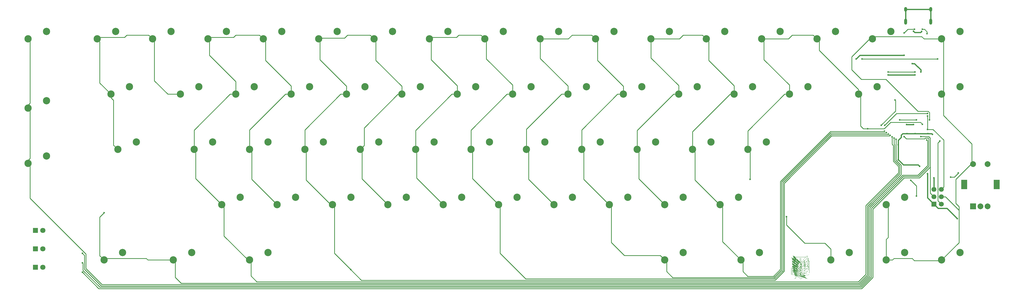
<source format=gbr>
%TF.GenerationSoftware,KiCad,Pcbnew,9.0.2*%
%TF.CreationDate,2025-09-10T16:53:27+09:00*%
%TF.ProjectId,CL70_PCB,434c3730-5f50-4434-922e-6b696361645f,rev?*%
%TF.SameCoordinates,Original*%
%TF.FileFunction,Copper,L1,Top*%
%TF.FilePolarity,Positive*%
%FSLAX46Y46*%
G04 Gerber Fmt 4.6, Leading zero omitted, Abs format (unit mm)*
G04 Created by KiCad (PCBNEW 9.0.2) date 2025-09-10 16:53:27*
%MOMM*%
%LPD*%
G01*
G04 APERTURE LIST*
%TA.AperFunction,EtchedComponent*%
%ADD10C,0.000000*%
%TD*%
%TA.AperFunction,ComponentPad*%
%ADD11C,2.500000*%
%TD*%
%TA.AperFunction,ComponentPad*%
%ADD12R,1.800000X1.800000*%
%TD*%
%TA.AperFunction,ComponentPad*%
%ADD13C,1.800000*%
%TD*%
%TA.AperFunction,ComponentPad*%
%ADD14R,2.000000X2.000000*%
%TD*%
%TA.AperFunction,ComponentPad*%
%ADD15C,2.000000*%
%TD*%
%TA.AperFunction,ComponentPad*%
%ADD16R,2.000000X3.200000*%
%TD*%
%TA.AperFunction,ComponentPad*%
%ADD17C,1.700000*%
%TD*%
%TA.AperFunction,ComponentPad*%
%ADD18R,1.700000X1.700000*%
%TD*%
%TA.AperFunction,ComponentPad*%
%ADD19O,1.000000X1.600000*%
%TD*%
%TA.AperFunction,ComponentPad*%
%ADD20O,1.000000X2.100000*%
%TD*%
%TA.AperFunction,ViaPad*%
%ADD21C,0.600000*%
%TD*%
%TA.AperFunction,Conductor*%
%ADD22C,0.381000*%
%TD*%
%TA.AperFunction,Conductor*%
%ADD23C,0.254000*%
%TD*%
G04 APERTURE END LIST*
D10*
%TA.AperFunction,EtchedComponent*%
%TO.C,G\u002A\u002A\u002A*%
G36*
X308301542Y-189172936D02*
G01*
X308380034Y-189199379D01*
X308405338Y-189210415D01*
X308499565Y-189253188D01*
X308485810Y-189393260D01*
X308473456Y-189488473D01*
X308458488Y-189542109D01*
X308439594Y-189557018D01*
X308418264Y-189539830D01*
X308391340Y-189498851D01*
X308354667Y-189435700D01*
X308314413Y-189362011D01*
X308276740Y-189289420D01*
X308247816Y-189229561D01*
X308233804Y-189194069D01*
X308233333Y-189190833D01*
X308251138Y-189169916D01*
X308301542Y-189172936D01*
G37*
%TD.AperFunction*%
%TA.AperFunction,EtchedComponent*%
G36*
X308005585Y-188087701D02*
G01*
X308068518Y-188106583D01*
X308162229Y-188138428D01*
X308281285Y-188180713D01*
X308568205Y-188283649D01*
X308561880Y-188497123D01*
X308557450Y-188599928D01*
X308550614Y-188665555D01*
X308540050Y-188701257D01*
X308524436Y-188714287D01*
X308522222Y-188714664D01*
X308488149Y-188707849D01*
X308424799Y-188686182D01*
X308343167Y-188653610D01*
X308300000Y-188634941D01*
X308111111Y-188551149D01*
X308028780Y-188331130D01*
X307994760Y-188238966D01*
X307967383Y-188162425D01*
X307949970Y-188110937D01*
X307945447Y-188094444D01*
X307949651Y-188083070D01*
X307967830Y-188080343D01*
X308005585Y-188087701D01*
G37*
%TD.AperFunction*%
%TA.AperFunction,EtchedComponent*%
G36*
X308042127Y-188622293D02*
G01*
X308099936Y-188639261D01*
X308181924Y-188668381D01*
X308279793Y-188706890D01*
X308291178Y-188711583D01*
X308549806Y-188818680D01*
X308535424Y-188959061D01*
X308521913Y-189066262D01*
X308507080Y-189132938D01*
X308489890Y-189163008D01*
X308480955Y-189165631D01*
X308454176Y-189157331D01*
X308399421Y-189136885D01*
X308344444Y-189115108D01*
X308289787Y-189091707D01*
X308249772Y-189067992D01*
X308216802Y-189035341D01*
X308183280Y-188985130D01*
X308141611Y-188908734D01*
X308111632Y-188850807D01*
X308068186Y-188762418D01*
X308035778Y-188688636D01*
X308017982Y-188638153D01*
X308016797Y-188620239D01*
X308042127Y-188622293D01*
G37*
%TD.AperFunction*%
%TA.AperFunction,EtchedComponent*%
G36*
X307884459Y-187332269D02*
G01*
X307943376Y-187360130D01*
X308027638Y-187402383D01*
X308130396Y-187455605D01*
X308224403Y-187505432D01*
X308566666Y-187688642D01*
X308568366Y-187888765D01*
X308569969Y-187983205D01*
X308572794Y-188064072D01*
X308576336Y-188118533D01*
X308577862Y-188130169D01*
X308578382Y-188180168D01*
X308565180Y-188220078D01*
X308547622Y-188232181D01*
X308523527Y-188222230D01*
X308467707Y-188195816D01*
X308387997Y-188156737D01*
X308292228Y-188108789D01*
X308272463Y-188098787D01*
X308146692Y-188032257D01*
X308054327Y-187974507D01*
X307987562Y-187917672D01*
X307938593Y-187853886D01*
X307899616Y-187775285D01*
X307868897Y-187692088D01*
X307850880Y-187620813D01*
X307839070Y-187538302D01*
X307833810Y-187455897D01*
X307835442Y-187384940D01*
X307844308Y-187336773D01*
X307857736Y-187322222D01*
X307884459Y-187332269D01*
G37*
%TD.AperFunction*%
%TA.AperFunction,EtchedComponent*%
G36*
X307198596Y-188871562D02*
G01*
X307290142Y-188874912D01*
X307368747Y-188882225D01*
X307446114Y-188895910D01*
X307533946Y-188918374D01*
X307643945Y-188952025D01*
X307736488Y-188982233D01*
X308057176Y-189088277D01*
X308146147Y-189224835D01*
X308196547Y-189298488D01*
X308243899Y-189361439D01*
X308278124Y-189400309D01*
X308278670Y-189400807D01*
X308314667Y-189440693D01*
X308316435Y-189465394D01*
X308282257Y-189475116D01*
X308210412Y-189470065D01*
X308099184Y-189450449D01*
X308015656Y-189432413D01*
X307908019Y-189403303D01*
X307773009Y-189359633D01*
X307623297Y-189306123D01*
X307471553Y-189247492D01*
X307330450Y-189188462D01*
X307212658Y-189133751D01*
X307209110Y-189131971D01*
X307140967Y-189089789D01*
X307074322Y-189035643D01*
X307018135Y-188978613D01*
X306981363Y-188927780D01*
X306972873Y-188892489D01*
X306998030Y-188879313D01*
X307063723Y-188872227D01*
X307171556Y-188871084D01*
X307198596Y-188871562D01*
G37*
%TD.AperFunction*%
%TA.AperFunction,EtchedComponent*%
G36*
X307518187Y-189416716D02*
G01*
X307520170Y-189416852D01*
X307585549Y-189425020D01*
X307678454Y-189441480D01*
X307790589Y-189464255D01*
X307913661Y-189491367D01*
X308039374Y-189520840D01*
X308159433Y-189550695D01*
X308265542Y-189578955D01*
X308349407Y-189603642D01*
X308402732Y-189622780D01*
X308416324Y-189630486D01*
X308418184Y-189657619D01*
X308408626Y-189715918D01*
X308389642Y-189794173D01*
X308383111Y-189817435D01*
X308333573Y-189988888D01*
X308255675Y-189986116D01*
X308185545Y-189981054D01*
X308099512Y-189971517D01*
X308064491Y-189966733D01*
X307977143Y-189950822D01*
X307891369Y-189930441D01*
X307864491Y-189922595D01*
X307754118Y-189877758D01*
X307644815Y-189816134D01*
X307542846Y-189743421D01*
X307454476Y-189665315D01*
X307385973Y-189587516D01*
X307343600Y-189515719D01*
X307333623Y-189455624D01*
X307336994Y-189442916D01*
X307350399Y-189423866D01*
X307378577Y-189414073D01*
X307431262Y-189412151D01*
X307518187Y-189416716D01*
G37*
%TD.AperFunction*%
%TA.AperFunction,EtchedComponent*%
G36*
X307999670Y-184938264D02*
G01*
X308046129Y-184981720D01*
X308106593Y-185045585D01*
X308161771Y-185108381D01*
X308294190Y-185255265D01*
X308430056Y-185386719D01*
X308580333Y-185512296D01*
X308755991Y-185641550D01*
X308840118Y-185699330D01*
X308929293Y-185761964D01*
X309001713Y-185817443D01*
X309050880Y-185860443D01*
X309070296Y-185885639D01*
X309070158Y-185887803D01*
X309052764Y-185918930D01*
X309017742Y-185972929D01*
X308971818Y-186040285D01*
X308921717Y-186111480D01*
X308874166Y-186176997D01*
X308835888Y-186227319D01*
X308813610Y-186252929D01*
X308811111Y-186254375D01*
X308788051Y-186243397D01*
X308737803Y-186214870D01*
X308670881Y-186174780D01*
X308665422Y-186171437D01*
X308498607Y-186062905D01*
X308359956Y-185957434D01*
X308235553Y-185843789D01*
X308154991Y-185759395D01*
X308073658Y-185663945D01*
X308016172Y-185577267D01*
X307977338Y-185486642D01*
X307951961Y-185379348D01*
X307934844Y-185242664D01*
X307932246Y-185214042D01*
X307925283Y-185078082D01*
X307931794Y-184984393D01*
X307951776Y-184933008D01*
X307974273Y-184922222D01*
X307999670Y-184938264D01*
G37*
%TD.AperFunction*%
%TA.AperFunction,EtchedComponent*%
G36*
X311554523Y-189279635D02*
G01*
X311610498Y-189289717D01*
X311631463Y-189314788D01*
X311622121Y-189361610D01*
X311587180Y-189436949D01*
X311579766Y-189451630D01*
X311497923Y-189572270D01*
X311382614Y-189684989D01*
X311244770Y-189779875D01*
X311181769Y-189812501D01*
X311082097Y-189854074D01*
X310972638Y-189891438D01*
X310861202Y-189922956D01*
X310755599Y-189946993D01*
X310663640Y-189961910D01*
X310593134Y-189966071D01*
X310551894Y-189957839D01*
X310544444Y-189946069D01*
X310555061Y-189921949D01*
X310606919Y-189921949D01*
X310681237Y-189908595D01*
X310745029Y-189895629D01*
X310829193Y-189876646D01*
X310885125Y-189863214D01*
X311092624Y-189796204D01*
X311268368Y-189706398D01*
X311409152Y-189595783D01*
X311503362Y-189480007D01*
X311547972Y-189404454D01*
X311563517Y-189357600D01*
X311547843Y-189332774D01*
X311498797Y-189323306D01*
X311452426Y-189322222D01*
X311385409Y-189327386D01*
X311310352Y-189344944D01*
X311216857Y-189377995D01*
X311099634Y-189427386D01*
X311014221Y-189464797D01*
X310950204Y-189494602D01*
X310900842Y-189523240D01*
X310859389Y-189557150D01*
X310819103Y-189602771D01*
X310773240Y-189666542D01*
X310715057Y-189754904D01*
X310647904Y-189858743D01*
X310606919Y-189921949D01*
X310555061Y-189921949D01*
X310555840Y-189920179D01*
X310586787Y-189865432D01*
X310632424Y-189790113D01*
X310682370Y-189711068D01*
X310820295Y-189496663D01*
X311052314Y-189387220D01*
X311156060Y-189339292D01*
X311232826Y-189307831D01*
X311295370Y-189289400D01*
X311356454Y-189280566D01*
X311428836Y-189277893D01*
X311458833Y-189277777D01*
X311554523Y-189279635D01*
G37*
%TD.AperFunction*%
%TA.AperFunction,EtchedComponent*%
G36*
X311998180Y-188557169D02*
G01*
X312043744Y-188578292D01*
X312055555Y-188606816D01*
X312041250Y-188637405D01*
X312002909Y-188691933D01*
X311947391Y-188762390D01*
X311881556Y-188840766D01*
X311812263Y-188919050D01*
X311746372Y-188989234D01*
X311690743Y-189043307D01*
X311660677Y-189067919D01*
X311626179Y-189086059D01*
X311559540Y-189116297D01*
X311468653Y-189155439D01*
X311361409Y-189200293D01*
X311245702Y-189247666D01*
X311129424Y-189294365D01*
X311020468Y-189337197D01*
X310926726Y-189372970D01*
X310856092Y-189398491D01*
X310816457Y-189410567D01*
X310812298Y-189411111D01*
X310789736Y-189397879D01*
X310788888Y-189393077D01*
X310797621Y-189366890D01*
X310812600Y-189330389D01*
X310879954Y-189330389D01*
X310883551Y-189338091D01*
X310912607Y-189326517D01*
X310975438Y-189301465D01*
X311064539Y-189265929D01*
X311172406Y-189222901D01*
X311255555Y-189189729D01*
X311396655Y-189132246D01*
X311505840Y-189083166D01*
X311592936Y-189035637D01*
X311667772Y-188982807D01*
X311740177Y-188917824D01*
X311819979Y-188833837D01*
X311906780Y-188735727D01*
X312020985Y-188604788D01*
X311899381Y-188615828D01*
X311816581Y-188631856D01*
X311699880Y-188668273D01*
X311547539Y-188725668D01*
X311415315Y-188780100D01*
X311052852Y-188933333D01*
X310954422Y-189141182D01*
X310916562Y-189225295D01*
X310890818Y-189290921D01*
X310879954Y-189330389D01*
X310812600Y-189330389D01*
X310821395Y-189308959D01*
X310856569Y-189227867D01*
X310899156Y-189132966D01*
X311009423Y-188890889D01*
X311271378Y-188784344D01*
X311380595Y-188739458D01*
X311483365Y-188696397D01*
X311568019Y-188660100D01*
X311622222Y-188635823D01*
X311729891Y-188592717D01*
X311833566Y-188564896D01*
X311925558Y-188552875D01*
X311998180Y-188557169D01*
G37*
%TD.AperFunction*%
%TA.AperFunction,EtchedComponent*%
G36*
X312143286Y-187828678D02*
G01*
X312160040Y-187848119D01*
X312158670Y-187900014D01*
X312127805Y-187975210D01*
X312071328Y-188067657D01*
X311993117Y-188171304D01*
X311897054Y-188280101D01*
X311855989Y-188322222D01*
X311666666Y-188511111D01*
X311320355Y-188627777D01*
X311180696Y-188674467D01*
X311077607Y-188707811D01*
X311005716Y-188729159D01*
X310959646Y-188739861D01*
X310934025Y-188741266D01*
X310923478Y-188734724D01*
X310922150Y-188727777D01*
X310930837Y-188702488D01*
X310950274Y-188655418D01*
X311015528Y-188655418D01*
X311016179Y-188672779D01*
X311016913Y-188672600D01*
X311046849Y-188662273D01*
X311110646Y-188640431D01*
X311200090Y-188609879D01*
X311306970Y-188573426D01*
X311355555Y-188556870D01*
X311666666Y-188450883D01*
X311826078Y-188286671D01*
X311900630Y-188204401D01*
X311973059Y-188114949D01*
X312037283Y-188026943D01*
X312087219Y-187949014D01*
X312116786Y-187889793D01*
X312122222Y-187866457D01*
X312102441Y-187857867D01*
X312049891Y-187859191D01*
X311974756Y-187868936D01*
X311887222Y-187885610D01*
X311797476Y-187907722D01*
X311755555Y-187920161D01*
X311676909Y-187950359D01*
X311576611Y-187996268D01*
X311470829Y-188050257D01*
X311418647Y-188079206D01*
X311215072Y-188195969D01*
X311102227Y-188439156D01*
X311061209Y-188531335D01*
X311031424Y-188605846D01*
X311015528Y-188655418D01*
X310950274Y-188655418D01*
X310954714Y-188644665D01*
X310990424Y-188562163D01*
X311034610Y-188462839D01*
X311048735Y-188431556D01*
X311094838Y-188329531D01*
X311131821Y-188252858D01*
X311166621Y-188194867D01*
X311206171Y-188148886D01*
X311257410Y-188108245D01*
X311327271Y-188066273D01*
X311422692Y-188016298D01*
X311544444Y-187954771D01*
X311664409Y-187901037D01*
X311786308Y-187858659D01*
X311902642Y-187828935D01*
X312005914Y-187813164D01*
X312088628Y-187812646D01*
X312143286Y-187828678D01*
G37*
%TD.AperFunction*%
%TA.AperFunction,EtchedComponent*%
G36*
X311037366Y-188272922D02*
G01*
X311033792Y-188298088D01*
X311010972Y-188354900D01*
X310972035Y-188436601D01*
X310920108Y-188536433D01*
X310889152Y-188593016D01*
X310721818Y-188893990D01*
X310283131Y-189074885D01*
X310121331Y-189141088D01*
X309996455Y-189190882D01*
X309904687Y-189225620D01*
X309842210Y-189246656D01*
X309805206Y-189255340D01*
X309789859Y-189253026D01*
X309788896Y-189250000D01*
X309796934Y-189228591D01*
X309818857Y-189174220D01*
X309824631Y-189160148D01*
X309884655Y-189160148D01*
X309899872Y-189161654D01*
X309949064Y-189147813D01*
X310025416Y-189120931D01*
X310122112Y-189083310D01*
X310170214Y-189063588D01*
X310287372Y-189015009D01*
X310400049Y-188968603D01*
X310496938Y-188929007D01*
X310566734Y-188900856D01*
X310577777Y-188896483D01*
X310625977Y-188875934D01*
X310663195Y-188853089D01*
X310696194Y-188820098D01*
X310731734Y-188769111D01*
X310776580Y-188692277D01*
X310817600Y-188618050D01*
X310866496Y-188526682D01*
X310905137Y-188450207D01*
X310929704Y-188396499D01*
X310936378Y-188373435D01*
X310936278Y-188373315D01*
X310914220Y-188379552D01*
X310858315Y-188402708D01*
X310774593Y-188440074D01*
X310669083Y-188488940D01*
X310547814Y-188546598D01*
X310509740Y-188564974D01*
X310383648Y-188625442D01*
X310270325Y-188678664D01*
X310176121Y-188721751D01*
X310107385Y-188751810D01*
X310070465Y-188765952D01*
X310066761Y-188766666D01*
X310047342Y-188785984D01*
X310017861Y-188837641D01*
X309983409Y-188912198D01*
X309967918Y-188950000D01*
X309934176Y-189035393D01*
X309906080Y-189106345D01*
X309888064Y-189151662D01*
X309884655Y-189160148D01*
X309824631Y-189160148D01*
X309851391Y-189094924D01*
X309891259Y-188998738D01*
X309894451Y-188991071D01*
X309939793Y-188884101D01*
X309973820Y-188810913D01*
X310001484Y-188763931D01*
X310027738Y-188735575D01*
X310057533Y-188718267D01*
X310077777Y-188710518D01*
X310120609Y-188692631D01*
X310195976Y-188658137D01*
X310296728Y-188610433D01*
X310415714Y-188552918D01*
X310545782Y-188488991D01*
X310586900Y-188468569D01*
X310716717Y-188405199D01*
X310831968Y-188351371D01*
X310926917Y-188309575D01*
X310995827Y-188282305D01*
X311032960Y-188272051D01*
X311037366Y-188272922D01*
G37*
%TD.AperFunction*%
%TA.AperFunction,EtchedComponent*%
G36*
X311100335Y-187511318D02*
G01*
X311098842Y-187534742D01*
X311082479Y-187591784D01*
X311053700Y-187675134D01*
X311014959Y-187777482D01*
X310990305Y-187839196D01*
X310861639Y-188155555D01*
X310397486Y-188393403D01*
X310265643Y-188460656D01*
X310146936Y-188520625D01*
X310047082Y-188570468D01*
X309971798Y-188607345D01*
X309926801Y-188628414D01*
X309916666Y-188632292D01*
X309900934Y-188615708D01*
X309899615Y-188605555D01*
X309905107Y-188565343D01*
X309911086Y-188538888D01*
X309967047Y-188538888D01*
X309970708Y-188542605D01*
X309985769Y-188539226D01*
X310017001Y-188526546D01*
X310069177Y-188502360D01*
X310147069Y-188464464D01*
X310255448Y-188410652D01*
X310385210Y-188345682D01*
X310507905Y-188283294D01*
X310617549Y-188225965D01*
X310707668Y-188177206D01*
X310771790Y-188140532D01*
X310803442Y-188119455D01*
X310804949Y-188117905D01*
X310820902Y-188089310D01*
X310848301Y-188031682D01*
X310883115Y-187954429D01*
X310921311Y-187866954D01*
X310958857Y-187778665D01*
X310991720Y-187698966D01*
X311015869Y-187637263D01*
X311027270Y-187602963D01*
X311027390Y-187599043D01*
X311007725Y-187608789D01*
X310956553Y-187638272D01*
X310880069Y-187683692D01*
X310784468Y-187741252D01*
X310675944Y-187807153D01*
X310560693Y-187877598D01*
X310444909Y-187948788D01*
X310334787Y-188016924D01*
X310236523Y-188078209D01*
X310156310Y-188128844D01*
X310100345Y-188165031D01*
X310074821Y-188182972D01*
X310074475Y-188183302D01*
X310061783Y-188210347D01*
X310041784Y-188267327D01*
X310018425Y-188341181D01*
X309995651Y-188418849D01*
X309977409Y-188487268D01*
X309967643Y-188533378D01*
X309967047Y-188538888D01*
X309911086Y-188538888D01*
X309920202Y-188498548D01*
X309941858Y-188415619D01*
X309967034Y-188327000D01*
X309992687Y-188243140D01*
X310015777Y-188174485D01*
X310033260Y-188131482D01*
X310040350Y-188122222D01*
X310063767Y-188111092D01*
X310119923Y-188079711D01*
X310203688Y-188031087D01*
X310309931Y-187968233D01*
X310433522Y-187894158D01*
X310569330Y-187811872D01*
X310570744Y-187811011D01*
X310706456Y-187729168D01*
X310829988Y-187656228D01*
X310936236Y-187595080D01*
X311020096Y-187548611D01*
X311076465Y-187519711D01*
X311100239Y-187511266D01*
X311100335Y-187511318D01*
G37*
%TD.AperFunction*%
%TA.AperFunction,EtchedComponent*%
G36*
X306872222Y-187622114D02*
G01*
X306912088Y-187631451D01*
X306982525Y-187641938D01*
X307069769Y-187651592D01*
X307088888Y-187653323D01*
X307173802Y-187662047D01*
X307237331Y-187674454D01*
X307293641Y-187696061D01*
X307356896Y-187732380D01*
X307441263Y-187788928D01*
X307446555Y-187792568D01*
X307539568Y-187852166D01*
X307634607Y-187905784D01*
X307716120Y-187944890D01*
X307742520Y-187954916D01*
X307826663Y-187991587D01*
X307874244Y-188032269D01*
X307879089Y-188041179D01*
X307894979Y-188088963D01*
X307914204Y-188162235D01*
X307934444Y-188249810D01*
X307953380Y-188340504D01*
X307968693Y-188423132D01*
X307978062Y-188486509D01*
X307979169Y-188519451D01*
X307978577Y-188520928D01*
X307951282Y-188528026D01*
X307894751Y-188523892D01*
X307822147Y-188510618D01*
X307746635Y-188490298D01*
X307713584Y-188478795D01*
X307665810Y-188464533D01*
X307639623Y-188464098D01*
X307639409Y-188464293D01*
X307653356Y-188475271D01*
X307699634Y-188493924D01*
X307759158Y-188513390D01*
X307832600Y-188538067D01*
X307889885Y-188561904D01*
X307914019Y-188576252D01*
X307931757Y-188604620D01*
X307960917Y-188662554D01*
X307996411Y-188738589D01*
X308033151Y-188821258D01*
X308066047Y-188899095D01*
X308090013Y-188960633D01*
X308099959Y-188994406D01*
X308100000Y-188995358D01*
X308096155Y-189004681D01*
X308079672Y-189007753D01*
X308043125Y-189003686D01*
X307979087Y-188991589D01*
X307880134Y-188970572D01*
X307864073Y-188967085D01*
X307716857Y-188931141D01*
X307565613Y-188887305D01*
X307419533Y-188838862D01*
X307287807Y-188789098D01*
X307179625Y-188741298D01*
X307104176Y-188698747D01*
X307095176Y-188692203D01*
X307014269Y-188619544D01*
X306946301Y-188538597D01*
X306895268Y-188457025D01*
X306865167Y-188382493D01*
X306859992Y-188322666D01*
X306883177Y-188285551D01*
X306918147Y-188277839D01*
X306983401Y-188273969D01*
X307064882Y-188274770D01*
X307065731Y-188274805D01*
X307156459Y-188282312D01*
X307236233Y-188299806D01*
X307322856Y-188332258D01*
X307400842Y-188368343D01*
X307501631Y-188415816D01*
X307566951Y-188443762D01*
X307595891Y-188452135D01*
X307587543Y-188440888D01*
X307540997Y-188409976D01*
X307477656Y-188372222D01*
X307375492Y-188302953D01*
X307261811Y-188209761D01*
X307146780Y-188102575D01*
X307040567Y-187991328D01*
X306953337Y-187885950D01*
X306903232Y-187811111D01*
X306856809Y-187720265D01*
X306835407Y-187656409D01*
X306839493Y-187622395D01*
X306869534Y-187621071D01*
X306872222Y-187622114D01*
G37*
%TD.AperFunction*%
%TA.AperFunction,EtchedComponent*%
G36*
X307054990Y-183297085D02*
G01*
X307106900Y-183321338D01*
X307167087Y-183355815D01*
X307256517Y-183404181D01*
X307355197Y-183447616D01*
X307410780Y-183467096D01*
X307482566Y-183488553D01*
X307538665Y-183505394D01*
X307560509Y-183512011D01*
X307586948Y-183532817D01*
X307630398Y-183579452D01*
X307681563Y-183641920D01*
X307682731Y-183643431D01*
X307777777Y-183766497D01*
X308400000Y-183764898D01*
X308549845Y-183764240D01*
X308736632Y-183762980D01*
X308952863Y-183761191D01*
X309191041Y-183758948D01*
X309443667Y-183756324D01*
X309703244Y-183753395D01*
X309962275Y-183750234D01*
X310205026Y-183747029D01*
X311387830Y-183730759D01*
X311549470Y-183574992D01*
X311645110Y-183489890D01*
X311739122Y-183418802D01*
X311824477Y-183365979D01*
X311894146Y-183335672D01*
X311941099Y-183332130D01*
X311946738Y-183334750D01*
X311956852Y-183362763D01*
X311960838Y-183421382D01*
X311959284Y-183497280D01*
X311952779Y-183577132D01*
X311941911Y-183647610D01*
X311931200Y-183686433D01*
X311930865Y-183699796D01*
X311945685Y-183709558D01*
X311981653Y-183716464D01*
X312044761Y-183721259D01*
X312141003Y-183724688D01*
X312258960Y-183727187D01*
X312600000Y-183733333D01*
X312605862Y-186741798D01*
X312606616Y-187211859D01*
X312606977Y-187644581D01*
X312606948Y-188039313D01*
X312606532Y-188395408D01*
X312605734Y-188712214D01*
X312604556Y-188989085D01*
X312603002Y-189225369D01*
X312601075Y-189420419D01*
X312598779Y-189573585D01*
X312596117Y-189684218D01*
X312593092Y-189751669D01*
X312589912Y-189775131D01*
X312565774Y-189790304D01*
X312506256Y-189822953D01*
X312415785Y-189870784D01*
X312298788Y-189931504D01*
X312159691Y-190002819D01*
X312002920Y-190082436D01*
X311832902Y-190168062D01*
X311791343Y-190188888D01*
X311619907Y-190274986D01*
X311461550Y-190355029D01*
X311320539Y-190426822D01*
X311201143Y-190488169D01*
X311107628Y-190536874D01*
X311044263Y-190570741D01*
X311015315Y-190587575D01*
X311013952Y-190588888D01*
X311031641Y-190603566D01*
X311081472Y-190638351D01*
X311158009Y-190689618D01*
X311255816Y-190753744D01*
X311369457Y-190827103D01*
X311413949Y-190855555D01*
X311558066Y-190948675D01*
X311668065Y-191023038D01*
X311748206Y-191082303D01*
X311802750Y-191130129D01*
X311835956Y-191170173D01*
X311852084Y-191206095D01*
X311855555Y-191234779D01*
X311851603Y-191246461D01*
X311837008Y-191251405D01*
X311807660Y-191248343D01*
X311759449Y-191236005D01*
X311688267Y-191213122D01*
X311590004Y-191178426D01*
X311460551Y-191130646D01*
X311295798Y-191068514D01*
X311203266Y-191033333D01*
X311050559Y-190975630D01*
X310910492Y-190923571D01*
X310788689Y-190879177D01*
X310690772Y-190844469D01*
X310622363Y-190821467D01*
X310589085Y-190812193D01*
X310587665Y-190812099D01*
X310559657Y-190822062D01*
X310497868Y-190849550D01*
X310408067Y-190891814D01*
X310296024Y-190946104D01*
X310167507Y-191009669D01*
X310062041Y-191062655D01*
X309568526Y-191312221D01*
X309047482Y-191051518D01*
X308526438Y-190790815D01*
X308029885Y-191011884D01*
X307891667Y-191073136D01*
X307766890Y-191127889D01*
X307661289Y-191173672D01*
X307580597Y-191208012D01*
X307530549Y-191228438D01*
X307516666Y-191233143D01*
X307499755Y-191219361D01*
X307506937Y-191188400D01*
X307533447Y-191156885D01*
X307539770Y-191152520D01*
X307567297Y-191131601D01*
X307621336Y-191087717D01*
X307635511Y-191075973D01*
X307719790Y-191075973D01*
X307731400Y-191074305D01*
X307762142Y-191063578D01*
X307815253Y-191042446D01*
X307893970Y-191009566D01*
X308001530Y-190963593D01*
X308141170Y-190903184D01*
X308316128Y-190826995D01*
X308449099Y-190768908D01*
X308460121Y-190764089D01*
X308611111Y-190764089D01*
X308629866Y-190776369D01*
X308681722Y-190805190D01*
X308760059Y-190847146D01*
X308858259Y-190898834D01*
X308969705Y-190956850D01*
X309087779Y-191017787D01*
X309205861Y-191078242D01*
X309317335Y-191134810D01*
X309415583Y-191184086D01*
X309493986Y-191222667D01*
X309545925Y-191247146D01*
X309563983Y-191254290D01*
X309585295Y-191244977D01*
X309640546Y-191218156D01*
X309724141Y-191176619D01*
X309830480Y-191123161D01*
X309953967Y-191060574D01*
X310036205Y-191018656D01*
X310167123Y-190951190D01*
X310283723Y-190889960D01*
X310380511Y-190837947D01*
X310451990Y-190798130D01*
X310492663Y-190773492D01*
X310500000Y-190767159D01*
X310480631Y-190753231D01*
X310430446Y-190732113D01*
X310376444Y-190713613D01*
X310308778Y-190687805D01*
X310268404Y-190663167D01*
X310261468Y-190648928D01*
X310285505Y-190635817D01*
X310344063Y-190619044D01*
X310427538Y-190600267D01*
X310526327Y-190581148D01*
X310630824Y-190563345D01*
X310731428Y-190548518D01*
X310818533Y-190538326D01*
X310882536Y-190534430D01*
X310910221Y-190536821D01*
X310939758Y-190532181D01*
X311001982Y-190509444D01*
X311098040Y-190468086D01*
X311229079Y-190407583D01*
X311396247Y-190327411D01*
X311600689Y-190227044D01*
X311749110Y-190153225D01*
X312544444Y-189756049D01*
X312544444Y-186760110D01*
X312544444Y-183764172D01*
X312220148Y-183770975D01*
X311895853Y-183777777D01*
X311843423Y-183906743D01*
X311790993Y-184035709D01*
X312035387Y-184031819D01*
X312135247Y-184031366D01*
X312217900Y-184033127D01*
X312273730Y-184036763D01*
X312292816Y-184040965D01*
X312296307Y-184065927D01*
X312299134Y-184129062D01*
X312301192Y-184224102D01*
X312302373Y-184344778D01*
X312302573Y-184484821D01*
X312302093Y-184587877D01*
X312298335Y-185121755D01*
X312358555Y-185098859D01*
X312427740Y-185082773D01*
X312466350Y-185098776D01*
X312474392Y-185146915D01*
X312451869Y-185227232D01*
X312398786Y-185339773D01*
X312386307Y-185362871D01*
X312294837Y-185529534D01*
X312301165Y-185798100D01*
X312303524Y-185940275D01*
X312304672Y-186102065D01*
X312304492Y-186258654D01*
X312303747Y-186336185D01*
X312300000Y-186605705D01*
X312157258Y-186596373D01*
X312014517Y-186587041D01*
X311948734Y-186682409D01*
X311900684Y-186747034D01*
X311853851Y-186802165D01*
X311835919Y-186820110D01*
X311801552Y-186857875D01*
X311788888Y-186883849D01*
X311810223Y-186892315D01*
X311870923Y-186897278D01*
X311966028Y-186898518D01*
X312072222Y-186896419D01*
X312355555Y-186887583D01*
X312349580Y-188210458D01*
X312348334Y-188449385D01*
X312346833Y-188675385D01*
X312345126Y-188884488D01*
X312343260Y-189072727D01*
X312341282Y-189236135D01*
X312339240Y-189370744D01*
X312337183Y-189472586D01*
X312335157Y-189537694D01*
X312333318Y-189561872D01*
X312311228Y-189579100D01*
X312254560Y-189612450D01*
X312168878Y-189658958D01*
X312059743Y-189715662D01*
X311932717Y-189779598D01*
X311828183Y-189830938D01*
X311673375Y-189907514D01*
X311540113Y-189976096D01*
X311432714Y-190034313D01*
X311355497Y-190079795D01*
X311312781Y-190110172D01*
X311306480Y-190117283D01*
X311264468Y-190165244D01*
X311192483Y-190224277D01*
X311101137Y-190287339D01*
X311001043Y-190347388D01*
X310902812Y-190397380D01*
X310853177Y-190418130D01*
X310760019Y-190450183D01*
X310645347Y-190485369D01*
X310531007Y-190517052D01*
X310509069Y-190522643D01*
X310345345Y-190574823D01*
X310149896Y-190657353D01*
X310000000Y-190730264D01*
X309892521Y-190784849D01*
X309799068Y-190832236D01*
X309726790Y-190868807D01*
X309682836Y-190890941D01*
X309673145Y-190895734D01*
X309665278Y-190878748D01*
X309657923Y-190827095D01*
X309652305Y-190750550D01*
X309650923Y-190718210D01*
X309644444Y-190533333D01*
X309550000Y-190526500D01*
X309455555Y-190519666D01*
X309455555Y-190720944D01*
X309454745Y-190809331D01*
X309452575Y-190877958D01*
X309449434Y-190916938D01*
X309447633Y-190922222D01*
X309425828Y-190913161D01*
X309371437Y-190888292D01*
X309291920Y-190851085D01*
X309194735Y-190805009D01*
X309160977Y-190788888D01*
X309057904Y-190740434D01*
X308968173Y-190699846D01*
X308899853Y-190670656D01*
X308861011Y-190656395D01*
X308856352Y-190655555D01*
X308820848Y-190663775D01*
X308765069Y-190684329D01*
X308702935Y-190711057D01*
X308648366Y-190737797D01*
X308615282Y-190758390D01*
X308611111Y-190764089D01*
X308460121Y-190764089D01*
X308802636Y-190614338D01*
X308933333Y-190614338D01*
X309144444Y-190722706D01*
X309233869Y-190767438D01*
X309310124Y-190803413D01*
X309363711Y-190826278D01*
X309383333Y-190832204D01*
X309399546Y-190816560D01*
X309408537Y-190765132D01*
X309411111Y-190681344D01*
X309409777Y-190599906D01*
X309403361Y-190551325D01*
X309388239Y-190524035D01*
X309360787Y-190506474D01*
X309355555Y-190504043D01*
X309311161Y-190475048D01*
X309305596Y-190441386D01*
X309338943Y-190395855D01*
X309356996Y-190378388D01*
X309396717Y-190329584D01*
X309397500Y-190325753D01*
X309455555Y-190325753D01*
X309527777Y-190310310D01*
X309586523Y-190292989D01*
X309627417Y-190272777D01*
X309627777Y-190272490D01*
X309652865Y-190233357D01*
X309655555Y-190217028D01*
X309645579Y-190196082D01*
X309608887Y-190193645D01*
X309577777Y-190198533D01*
X309527969Y-190204362D01*
X309505377Y-190194192D01*
X309509589Y-190162312D01*
X309528026Y-190126579D01*
X309589035Y-190126579D01*
X309608068Y-190129357D01*
X309657336Y-190120318D01*
X309705555Y-190107375D01*
X309772273Y-190087580D01*
X309868924Y-190058944D01*
X309982819Y-190025227D01*
X310101269Y-189990186D01*
X310107169Y-189988441D01*
X310212433Y-189956885D01*
X310300962Y-189929531D01*
X310364742Y-189908919D01*
X310395760Y-189897584D01*
X310397434Y-189896534D01*
X310412156Y-189875927D01*
X310445444Y-189829530D01*
X310487368Y-189771177D01*
X310529160Y-189709939D01*
X310556243Y-189664150D01*
X310562741Y-189644222D01*
X310540280Y-189649243D01*
X310482707Y-189668515D01*
X310396183Y-189699793D01*
X310286864Y-189740834D01*
X310160912Y-189789392D01*
X310114502Y-189807566D01*
X309963031Y-189867805D01*
X309847817Y-189915537D01*
X309763361Y-189953477D01*
X309704164Y-189984341D01*
X309664726Y-190010844D01*
X309639549Y-190035700D01*
X309632344Y-190045632D01*
X309603422Y-190093448D01*
X309589304Y-190124520D01*
X309589035Y-190126579D01*
X309528026Y-190126579D01*
X309540189Y-190103007D01*
X309567555Y-190057541D01*
X309600414Y-190000921D01*
X309619947Y-189953104D01*
X309629041Y-189899768D01*
X309630583Y-189826593D01*
X309628667Y-189754427D01*
X309628210Y-189740726D01*
X309716687Y-189740726D01*
X309717911Y-189744444D01*
X309742584Y-189736809D01*
X309802236Y-189715500D01*
X309890408Y-189682911D01*
X310000639Y-189641434D01*
X310126470Y-189593463D01*
X310155804Y-189582199D01*
X310577777Y-189419954D01*
X310664186Y-189270459D01*
X310703884Y-189199026D01*
X310731560Y-189143848D01*
X310742380Y-189114727D01*
X310741963Y-189112732D01*
X310720275Y-189117970D01*
X310664185Y-189135839D01*
X310581044Y-189163738D01*
X310478204Y-189199071D01*
X310363017Y-189239238D01*
X310242835Y-189281641D01*
X310125009Y-189323682D01*
X310016891Y-189362763D01*
X309925834Y-189396285D01*
X309859188Y-189421649D01*
X309824306Y-189436258D01*
X309821093Y-189438196D01*
X309806965Y-189464748D01*
X309785932Y-189517453D01*
X309762192Y-189583857D01*
X309739941Y-189651506D01*
X309723373Y-189707947D01*
X309716687Y-189740726D01*
X309628210Y-189740726D01*
X309622222Y-189561105D01*
X309538888Y-189711259D01*
X309489924Y-189803562D01*
X309463741Y-189865302D01*
X309458654Y-189903020D01*
X309472976Y-189923254D01*
X309483071Y-189927690D01*
X309499148Y-189943049D01*
X309491048Y-189978813D01*
X309483071Y-189997254D01*
X309467920Y-190052810D01*
X309457926Y-190132210D01*
X309455555Y-190191700D01*
X309455555Y-190325753D01*
X309397500Y-190325753D01*
X309408396Y-190272443D01*
X309406996Y-190240560D01*
X309402975Y-190191700D01*
X309400000Y-190155555D01*
X309300038Y-190326519D01*
X309249100Y-190410679D01*
X309208336Y-190466278D01*
X309166944Y-190503938D01*
X309114119Y-190534280D01*
X309066705Y-190555911D01*
X308933333Y-190614338D01*
X308802636Y-190614338D01*
X309155555Y-190460038D01*
X309283333Y-190244760D01*
X309334261Y-190158302D01*
X309375553Y-190086961D01*
X309402643Y-190038707D01*
X309411111Y-190021642D01*
X309392012Y-190028798D01*
X309338209Y-190052986D01*
X309254937Y-190091747D01*
X309147435Y-190142622D01*
X309020939Y-190203151D01*
X308890559Y-190266089D01*
X308370008Y-190518374D01*
X308051670Y-190790222D01*
X307951363Y-190875877D01*
X307863043Y-190951292D01*
X307792126Y-191011841D01*
X307744028Y-191052900D01*
X307724167Y-191069845D01*
X307724074Y-191069923D01*
X307719790Y-191075973D01*
X307635511Y-191075973D01*
X307694725Y-191026916D01*
X307780303Y-190955244D01*
X307870912Y-190878745D01*
X307959389Y-190803466D01*
X308038574Y-190735453D01*
X308101308Y-190680752D01*
X308140429Y-190645408D01*
X308140880Y-190644979D01*
X308142225Y-190634816D01*
X308128034Y-190618615D01*
X308095283Y-190594673D01*
X308040948Y-190561285D01*
X307962004Y-190516746D01*
X307855428Y-190459353D01*
X307718195Y-190387400D01*
X307547282Y-190299184D01*
X307339665Y-190193000D01*
X307332311Y-190189250D01*
X307153140Y-190098160D01*
X306985642Y-190013494D01*
X306834082Y-189937372D01*
X306702728Y-189871915D01*
X306595843Y-189819243D01*
X306517695Y-189781476D01*
X306472548Y-189760735D01*
X306463428Y-189757366D01*
X306423895Y-189739395D01*
X306416441Y-189731997D01*
X306413581Y-189706423D01*
X306412993Y-189688888D01*
X306466946Y-189688888D01*
X307333473Y-190126649D01*
X307515559Y-190218389D01*
X307685743Y-190303655D01*
X307839861Y-190380394D01*
X307973752Y-190446558D01*
X308083253Y-190500096D01*
X308164203Y-190538956D01*
X308212439Y-190561090D01*
X308224333Y-190565538D01*
X308256178Y-190551395D01*
X308288375Y-190522789D01*
X308334604Y-190483844D01*
X308369597Y-190465736D01*
X308406603Y-190445057D01*
X308405231Y-190421694D01*
X308371222Y-190398334D01*
X308310318Y-190377660D01*
X308292386Y-190374316D01*
X308426168Y-190374316D01*
X308443423Y-190384321D01*
X308470561Y-190385285D01*
X308512410Y-190375405D01*
X308573796Y-190352876D01*
X308659548Y-190315892D01*
X308774493Y-190262649D01*
X308923459Y-190191342D01*
X308950467Y-190178283D01*
X309078560Y-190115728D01*
X309192768Y-190058878D01*
X309287128Y-190010791D01*
X309355675Y-189974524D01*
X309392445Y-189953133D01*
X309396909Y-189949445D01*
X309397266Y-189916517D01*
X309392978Y-189908112D01*
X309368485Y-189910173D01*
X309307722Y-189931811D01*
X309213667Y-189971745D01*
X309089296Y-190028696D01*
X308937586Y-190101382D01*
X308894687Y-190122379D01*
X308761379Y-190188733D01*
X308643351Y-190249127D01*
X308545842Y-190300742D01*
X308474094Y-190340759D01*
X308433345Y-190366363D01*
X308426168Y-190374316D01*
X308292386Y-190374316D01*
X308228260Y-190362358D01*
X308133159Y-190355168D01*
X307989424Y-190340338D01*
X307876475Y-190306628D01*
X307785319Y-190257617D01*
X307705159Y-190198819D01*
X307644938Y-190138281D01*
X307613600Y-190084047D01*
X307611111Y-190067909D01*
X307606351Y-190048816D01*
X307588819Y-190027931D01*
X307553634Y-190002381D01*
X307495913Y-189969296D01*
X307410778Y-189925803D01*
X307293346Y-189869032D01*
X307190073Y-189820211D01*
X307063425Y-189759431D01*
X306950657Y-189702978D01*
X306857970Y-189654149D01*
X306791567Y-189616241D01*
X306757649Y-189592549D01*
X306754808Y-189588888D01*
X306752041Y-189561187D01*
X306749036Y-189493023D01*
X306745871Y-189388375D01*
X306742625Y-189251223D01*
X306739376Y-189085547D01*
X306736203Y-188895328D01*
X306733183Y-188684545D01*
X306730395Y-188457177D01*
X306728024Y-188228568D01*
X306725458Y-187933128D01*
X306723781Y-187679673D01*
X306723016Y-187465754D01*
X306723189Y-187288920D01*
X306724151Y-187168344D01*
X306778056Y-187168344D01*
X306778115Y-187267979D01*
X306778511Y-187399999D01*
X306779227Y-187560386D01*
X306780247Y-187745121D01*
X306781552Y-187950185D01*
X306783127Y-188171559D01*
X306784300Y-188323940D01*
X306794087Y-189558991D01*
X307253464Y-189787847D01*
X307404126Y-189862391D01*
X307520772Y-189918614D01*
X307608822Y-189958697D01*
X307673695Y-189984817D01*
X307720809Y-189999154D01*
X307755583Y-190003887D01*
X307783437Y-190001196D01*
X307783803Y-190001116D01*
X307840447Y-189996764D01*
X307923840Y-189999773D01*
X308017020Y-190009461D01*
X308027382Y-190010941D01*
X308142433Y-190027648D01*
X308220534Y-190040640D01*
X308268455Y-190054186D01*
X308292967Y-190072554D01*
X308300843Y-190100016D01*
X308298851Y-190140839D01*
X308295199Y-190179807D01*
X308292080Y-190256040D01*
X308299981Y-190299970D01*
X308320316Y-190322484D01*
X308355633Y-190340227D01*
X308366666Y-190343495D01*
X308378684Y-190324296D01*
X308401369Y-190272630D01*
X308406397Y-190259825D01*
X308459480Y-190259825D01*
X308476330Y-190255179D01*
X308526427Y-190234118D01*
X308603113Y-190199795D01*
X308699727Y-190155361D01*
X308809612Y-190103966D01*
X308926108Y-190048763D01*
X309042556Y-189992903D01*
X309152297Y-189939536D01*
X309248671Y-189891815D01*
X309325021Y-189852890D01*
X309366666Y-189830507D01*
X309439022Y-189768934D01*
X309509614Y-189668515D01*
X309517537Y-189654487D01*
X309552227Y-189588707D01*
X309574034Y-189541347D01*
X309578441Y-189522258D01*
X309578167Y-189522222D01*
X309562614Y-189527240D01*
X309525206Y-189543216D01*
X309462990Y-189571530D01*
X309373015Y-189613562D01*
X309252329Y-189670694D01*
X309097979Y-189744306D01*
X308907016Y-189835778D01*
X308877777Y-189849806D01*
X308555555Y-190004434D01*
X308511111Y-190123818D01*
X308485689Y-190191667D01*
X308466521Y-190242027D01*
X308459480Y-190259825D01*
X308406397Y-190259825D01*
X308430686Y-190197972D01*
X308444444Y-190160837D01*
X308511111Y-189977777D01*
X308942966Y-189765544D01*
X309070294Y-189702000D01*
X309183557Y-189643627D01*
X309276823Y-189593633D01*
X309344159Y-189555230D01*
X309379632Y-189531626D01*
X309383531Y-189527184D01*
X309368012Y-189525888D01*
X309316575Y-189543039D01*
X309232955Y-189577015D01*
X309120890Y-189626196D01*
X308984117Y-189688960D01*
X308826372Y-189763687D01*
X308722222Y-189814073D01*
X308643940Y-189849421D01*
X308580738Y-189872758D01*
X308543015Y-189880432D01*
X308537849Y-189878831D01*
X308534245Y-189850505D01*
X308542160Y-189793450D01*
X308593727Y-189793450D01*
X308594934Y-189811111D01*
X308616727Y-189802089D01*
X308673135Y-189776744D01*
X308758551Y-189737650D01*
X308867364Y-189687386D01*
X308993967Y-189628527D01*
X309090876Y-189583263D01*
X309282790Y-189493456D01*
X309455555Y-189493456D01*
X309466143Y-189507134D01*
X309502331Y-189497715D01*
X309544444Y-189477777D01*
X309598005Y-189446027D01*
X309629666Y-189418706D01*
X309633333Y-189410659D01*
X309629790Y-189393544D01*
X309612427Y-189392440D01*
X309571142Y-189408943D01*
X309534087Y-189426338D01*
X309483818Y-189457228D01*
X309456953Y-189487218D01*
X309455555Y-189493456D01*
X309282790Y-189493456D01*
X309577777Y-189355415D01*
X309670911Y-189166596D01*
X309711398Y-189083209D01*
X309743290Y-189015055D01*
X309762148Y-188971749D01*
X309765355Y-188962017D01*
X309747480Y-188968962D01*
X309696290Y-188996273D01*
X309616468Y-189041262D01*
X309512698Y-189101242D01*
X309389664Y-189173525D01*
X309252048Y-189255425D01*
X309209762Y-189280783D01*
X309026300Y-189392312D01*
X308876458Y-189486244D01*
X308761468Y-189561758D01*
X308682560Y-189618036D01*
X308640967Y-189654260D01*
X308634952Y-189663210D01*
X308607573Y-189741769D01*
X308593727Y-189793450D01*
X308542160Y-189793450D01*
X308542257Y-189792751D01*
X308558498Y-189724404D01*
X308596855Y-189586444D01*
X308992871Y-189348875D01*
X309145168Y-189255877D01*
X309259413Y-189182342D01*
X309337016Y-189127288D01*
X309379385Y-189089729D01*
X309388888Y-189072319D01*
X309383537Y-189039223D01*
X309378657Y-189034400D01*
X309433333Y-189034400D01*
X309435734Y-189064997D01*
X309448746Y-189074130D01*
X309481081Y-189060825D01*
X309541451Y-189024110D01*
X309544886Y-189021943D01*
X309605477Y-188975285D01*
X309631105Y-188930544D01*
X309633333Y-188909764D01*
X309633333Y-188853420D01*
X309533333Y-188922222D01*
X309469944Y-188974092D01*
X309436587Y-189019646D01*
X309433333Y-189034400D01*
X309378657Y-189034400D01*
X309377578Y-189033333D01*
X309356242Y-189044789D01*
X309303509Y-189076700D01*
X309225299Y-189125379D01*
X309127530Y-189187137D01*
X309016123Y-189258288D01*
X309005356Y-189265203D01*
X308893004Y-189336184D01*
X308793435Y-189396808D01*
X308712589Y-189443645D01*
X308656405Y-189473266D01*
X308630822Y-189482240D01*
X308630175Y-189481870D01*
X308627616Y-189456705D01*
X308629428Y-189412774D01*
X308676026Y-189412774D01*
X308760235Y-189359510D01*
X308804603Y-189331263D01*
X308879170Y-189283588D01*
X308976747Y-189221088D01*
X309090149Y-189148369D01*
X309212186Y-189070033D01*
X309233333Y-189056451D01*
X309350669Y-188980869D01*
X309455360Y-188913029D01*
X309541600Y-188856724D01*
X309603585Y-188815748D01*
X309635511Y-188793898D01*
X309638231Y-188791762D01*
X309650657Y-188765487D01*
X309671916Y-188705865D01*
X309698804Y-188622331D01*
X309722399Y-188543990D01*
X309751217Y-188446049D01*
X309776145Y-188362287D01*
X309794118Y-188302948D01*
X309801343Y-188280190D01*
X309805159Y-188269708D01*
X309806437Y-188262850D01*
X309801848Y-188262299D01*
X309788064Y-188270740D01*
X309761756Y-188290857D01*
X309719596Y-188325334D01*
X309658256Y-188376856D01*
X309574407Y-188448108D01*
X309464720Y-188541773D01*
X309325868Y-188660536D01*
X309262098Y-188715085D01*
X309137219Y-188821687D01*
X309021745Y-188919858D01*
X308920454Y-189005565D01*
X308838126Y-189074779D01*
X308779541Y-189123468D01*
X308749477Y-189147599D01*
X308748348Y-189148419D01*
X308715111Y-189196461D01*
X308693146Y-189283282D01*
X308691459Y-189295276D01*
X308676026Y-189412774D01*
X308629428Y-189412774D01*
X308629878Y-189401876D01*
X308635600Y-189331046D01*
X308643424Y-189257878D01*
X308651989Y-189196036D01*
X308659937Y-189159184D01*
X308662755Y-189154447D01*
X308680047Y-189140271D01*
X308726201Y-189101481D01*
X308796243Y-189042285D01*
X308885200Y-188966888D01*
X308988099Y-188879497D01*
X309027777Y-188845756D01*
X309164734Y-188727455D01*
X309267726Y-188634304D01*
X309338328Y-188564764D01*
X309378115Y-188517295D01*
X309388888Y-188492712D01*
X309385847Y-188467453D01*
X309371191Y-188467728D01*
X309336620Y-188496047D01*
X309316666Y-188514559D01*
X309153189Y-188667602D01*
X309019078Y-188792516D01*
X308911509Y-188891815D01*
X308827656Y-188968012D01*
X308764695Y-189023623D01*
X308719801Y-189061161D01*
X308690148Y-189083140D01*
X308672911Y-189092074D01*
X308667468Y-189092262D01*
X308656591Y-189086716D01*
X308650455Y-189074139D01*
X308649007Y-189046328D01*
X308650603Y-189020677D01*
X308699681Y-189020677D01*
X308794285Y-188931338D01*
X308837361Y-188890607D01*
X308906817Y-188824871D01*
X308996772Y-188739697D01*
X309101349Y-188640652D01*
X309214668Y-188533303D01*
X309283186Y-188468383D01*
X309302523Y-188450060D01*
X309433333Y-188450060D01*
X309435395Y-188477358D01*
X309446898Y-188483338D01*
X309475812Y-188465492D01*
X309530110Y-188421315D01*
X309533333Y-188418622D01*
X309601698Y-188351198D01*
X309632004Y-188295901D01*
X309633333Y-188284183D01*
X309629178Y-188246727D01*
X309612922Y-188237841D01*
X309578880Y-188259067D01*
X309521367Y-188311952D01*
X309517603Y-188315621D01*
X309463802Y-188378675D01*
X309435629Y-188434375D01*
X309433333Y-188450060D01*
X309302523Y-188450060D01*
X309530102Y-188234418D01*
X309677777Y-188234418D01*
X309680404Y-188260081D01*
X309694076Y-188263215D01*
X309727481Y-188241631D01*
X309765011Y-188212422D01*
X309818830Y-188175735D01*
X309856162Y-188161719D01*
X309865922Y-188165462D01*
X309864535Y-188193193D01*
X309852024Y-188255916D01*
X309830179Y-188346096D01*
X309800796Y-188456200D01*
X309775706Y-188544518D01*
X309742026Y-188663602D01*
X309714518Y-188767458D01*
X309694965Y-188848778D01*
X309685155Y-188900258D01*
X309685213Y-188914842D01*
X309710900Y-188913364D01*
X309754759Y-188891434D01*
X309757237Y-188889830D01*
X309802735Y-188868485D01*
X309832628Y-188869402D01*
X309833414Y-188870153D01*
X309832956Y-188897610D01*
X309816604Y-188954710D01*
X309787592Y-189030977D01*
X309773902Y-189062848D01*
X309733951Y-189158113D01*
X309709470Y-189235234D01*
X309697466Y-189310878D01*
X309694950Y-189401713D01*
X309697452Y-189488888D01*
X309701848Y-189600000D01*
X309741265Y-189488913D01*
X309778377Y-189408512D01*
X309817050Y-189371558D01*
X309823674Y-189369670D01*
X309856645Y-189359943D01*
X309924608Y-189337341D01*
X310020795Y-189304205D01*
X310138440Y-189262876D01*
X310270776Y-189215694D01*
X310321552Y-189197423D01*
X310456427Y-189149224D01*
X310578049Y-189106623D01*
X310679924Y-189071825D01*
X310755558Y-189047033D01*
X310798458Y-189034453D01*
X310804886Y-189033333D01*
X310824930Y-189038295D01*
X310829774Y-189057038D01*
X310817438Y-189095344D01*
X310785943Y-189158997D01*
X310733306Y-189253779D01*
X310723520Y-189270942D01*
X310613707Y-189463120D01*
X310162409Y-189634795D01*
X310013351Y-189691872D01*
X309900835Y-189736195D01*
X309819684Y-189770333D01*
X309764720Y-189796854D01*
X309730767Y-189818326D01*
X309712646Y-189837317D01*
X309705180Y-189856395D01*
X309704304Y-189862019D01*
X309703410Y-189879347D01*
X309708955Y-189890024D01*
X309725860Y-189892651D01*
X309759043Y-189885835D01*
X309813423Y-189868178D01*
X309893920Y-189838286D01*
X310005453Y-189794761D01*
X310152941Y-189736209D01*
X310166009Y-189731005D01*
X310301604Y-189677376D01*
X310423714Y-189629775D01*
X310526185Y-189590543D01*
X310602868Y-189562022D01*
X310647609Y-189546553D01*
X310656149Y-189544444D01*
X310673775Y-189551271D01*
X310672376Y-189574911D01*
X310649690Y-189620107D01*
X310603452Y-189691596D01*
X310548123Y-189770712D01*
X310418468Y-189952825D01*
X310064790Y-190055319D01*
X309933020Y-190094053D01*
X309838062Y-190123762D01*
X309773825Y-190147034D01*
X309734222Y-190166457D01*
X309713161Y-190184619D01*
X309704554Y-190204107D01*
X309703738Y-190208759D01*
X309704995Y-190245481D01*
X309729961Y-190249570D01*
X309737071Y-190247659D01*
X309799738Y-190230197D01*
X309885807Y-190207636D01*
X309985416Y-190182390D01*
X310088701Y-190156875D01*
X310185800Y-190133503D01*
X310266851Y-190114691D01*
X310321989Y-190102852D01*
X310340258Y-190100000D01*
X310357579Y-190102977D01*
X310361105Y-190115037D01*
X310347653Y-190140866D01*
X310314039Y-190185153D01*
X310257081Y-190252587D01*
X310173596Y-190347857D01*
X310166666Y-190355702D01*
X309977777Y-190569438D01*
X309838888Y-190556322D01*
X309700000Y-190543206D01*
X309700000Y-190677158D01*
X309702508Y-190747441D01*
X309709031Y-190795520D01*
X309716666Y-190809982D01*
X309742158Y-190799897D01*
X309798106Y-190773502D01*
X309875592Y-190735102D01*
X309944444Y-190700000D01*
X310027156Y-190656033D01*
X310089411Y-190620361D01*
X310124416Y-190597056D01*
X310127777Y-190590017D01*
X310102027Y-190578348D01*
X310100193Y-190572222D01*
X310113948Y-190550111D01*
X310151524Y-190501093D01*
X310207610Y-190431827D01*
X310276896Y-190348974D01*
X310297345Y-190324942D01*
X310494303Y-190094329D01*
X310735568Y-190031754D01*
X310841541Y-190004769D01*
X310916934Y-189988271D01*
X310974135Y-189981378D01*
X311025530Y-189983210D01*
X311083505Y-189992885D01*
X311132944Y-190003481D01*
X311289055Y-190037783D01*
X311797528Y-189785558D01*
X312306002Y-189533333D01*
X312297445Y-188350036D01*
X312295619Y-188125421D01*
X312293514Y-187914797D01*
X312291199Y-187722234D01*
X312288741Y-187551806D01*
X312286208Y-187407583D01*
X312283669Y-187293637D01*
X312281190Y-187214040D01*
X312278839Y-187172862D01*
X312277777Y-187167939D01*
X312261189Y-187185813D01*
X312227940Y-187231744D01*
X312184956Y-187296121D01*
X312181215Y-187301919D01*
X312114289Y-187404787D01*
X312057340Y-187486597D01*
X312003705Y-187552762D01*
X311946719Y-187608693D01*
X311879717Y-187659803D01*
X311796034Y-187711502D01*
X311689005Y-187769202D01*
X311551966Y-187838316D01*
X311471679Y-187878069D01*
X311340681Y-187942170D01*
X311222027Y-187999013D01*
X311121823Y-188045773D01*
X311046179Y-188079620D01*
X311001201Y-188097728D01*
X310992271Y-188100000D01*
X310972146Y-188084884D01*
X310976191Y-188061111D01*
X310989303Y-188026254D01*
X310996025Y-188008563D01*
X311059145Y-188008563D01*
X311063423Y-188011111D01*
X311086264Y-188001680D01*
X311142738Y-187975353D01*
X311226711Y-187935078D01*
X311332048Y-187883804D01*
X311452616Y-187824480D01*
X311482468Y-187809703D01*
X311626050Y-187738169D01*
X311737179Y-187680342D01*
X311823202Y-187630150D01*
X311891468Y-187581526D01*
X311949326Y-187528400D01*
X312004126Y-187464702D01*
X312063214Y-187384364D01*
X312133940Y-187281315D01*
X312148849Y-187259333D01*
X312203639Y-187175198D01*
X312251885Y-187095177D01*
X312285252Y-187033269D01*
X312291063Y-187020444D01*
X312309944Y-186970639D01*
X312308518Y-186949303D01*
X312284951Y-186944482D01*
X312279400Y-186944444D01*
X312212103Y-186955997D01*
X312112788Y-186989097D01*
X311986914Y-187041402D01*
X311839944Y-187110573D01*
X311677338Y-187194269D01*
X311605938Y-187233056D01*
X311284445Y-187410367D01*
X311178383Y-187682961D01*
X311137951Y-187786887D01*
X311102899Y-187876999D01*
X311076618Y-187944581D01*
X311062497Y-187980918D01*
X311061561Y-187983333D01*
X311059145Y-188008563D01*
X310996025Y-188008563D01*
X311014771Y-187959228D01*
X311049041Y-187869359D01*
X311088561Y-187765978D01*
X311092551Y-187755555D01*
X311133099Y-187649329D01*
X311169388Y-187553710D01*
X311197611Y-187478764D01*
X311213961Y-187434560D01*
X311214543Y-187432933D01*
X311233038Y-187405356D01*
X311273770Y-187370265D01*
X311341075Y-187324749D01*
X311439287Y-187265901D01*
X311572740Y-187190810D01*
X311587032Y-187182933D01*
X311701176Y-187120792D01*
X311802532Y-187066896D01*
X311884458Y-187024674D01*
X311940313Y-186997554D01*
X311962938Y-186988888D01*
X311994269Y-186975210D01*
X311996773Y-186971887D01*
X311981640Y-186964862D01*
X311932075Y-186961564D01*
X311857974Y-186962527D01*
X311839270Y-186963369D01*
X311764302Y-186968370D01*
X311705188Y-186977485D01*
X311650090Y-186995036D01*
X311587166Y-187025344D01*
X311504576Y-187072733D01*
X311450188Y-187105402D01*
X311341734Y-187167610D01*
X311240188Y-187219836D01*
X311152138Y-187259319D01*
X311084168Y-187283297D01*
X311042863Y-187289009D01*
X311033333Y-187280193D01*
X311040086Y-187251224D01*
X311048389Y-187224060D01*
X311104112Y-187224060D01*
X311108121Y-187232019D01*
X311116485Y-187233333D01*
X311140403Y-187222434D01*
X311195111Y-187192449D01*
X311273458Y-187147443D01*
X311368294Y-187091483D01*
X311412262Y-187065125D01*
X311518513Y-186999504D01*
X311616903Y-186935775D01*
X311698183Y-186880136D01*
X311753104Y-186838784D01*
X311763137Y-186830017D01*
X311818542Y-186770007D01*
X311884005Y-186686146D01*
X311955303Y-186585392D01*
X311982274Y-186544444D01*
X312051930Y-186544444D01*
X312153743Y-186544444D01*
X312255555Y-186544444D01*
X312255287Y-186372222D01*
X312255020Y-186200000D01*
X312197985Y-186300000D01*
X312154238Y-186375503D01*
X312110870Y-186448520D01*
X312096440Y-186472222D01*
X312051930Y-186544444D01*
X311982274Y-186544444D01*
X312028212Y-186474701D01*
X312098509Y-186361031D01*
X312161971Y-186251340D01*
X312214374Y-186152586D01*
X312251495Y-186071725D01*
X312269111Y-186015715D01*
X312268668Y-185997203D01*
X312243812Y-185989463D01*
X312188459Y-186005086D01*
X312107957Y-186041156D01*
X312007652Y-186094758D01*
X311892891Y-186162977D01*
X311769021Y-186242896D01*
X311641389Y-186331600D01*
X311600000Y-186361827D01*
X311333333Y-186559048D01*
X311218125Y-186879524D01*
X311171838Y-187008592D01*
X311138976Y-187101722D01*
X311117857Y-187164770D01*
X311106796Y-187203597D01*
X311104112Y-187224060D01*
X311048389Y-187224060D01*
X311057634Y-187193813D01*
X311077777Y-187133333D01*
X311105457Y-187050446D01*
X311118219Y-187000844D01*
X311116299Y-186976027D01*
X311099932Y-186967500D01*
X311082399Y-186966666D01*
X311058120Y-186978459D01*
X311031010Y-187017618D01*
X310997824Y-187089815D01*
X310967688Y-187167198D01*
X310892801Y-187367730D01*
X310435623Y-187654171D01*
X310308174Y-187733346D01*
X310193271Y-187803433D01*
X310096212Y-187861307D01*
X310022289Y-187903843D01*
X309976798Y-187927919D01*
X309964635Y-187932078D01*
X309963733Y-187908392D01*
X309971173Y-187849795D01*
X309977468Y-187812790D01*
X310035010Y-187812790D01*
X310038004Y-187830894D01*
X310042874Y-187833333D01*
X310063739Y-187822059D01*
X310116328Y-187790626D01*
X310194796Y-187742615D01*
X310293293Y-187681608D01*
X310405973Y-187611188D01*
X310424359Y-187599644D01*
X310540440Y-187526430D01*
X310644663Y-187460165D01*
X310730752Y-187404881D01*
X310792434Y-187364610D01*
X310823436Y-187343383D01*
X310824775Y-187342325D01*
X310840341Y-187316674D01*
X310867687Y-187259526D01*
X310903304Y-187179400D01*
X310943689Y-187084816D01*
X310985333Y-186984296D01*
X311024731Y-186886358D01*
X311030208Y-186872222D01*
X311083652Y-186872222D01*
X311092267Y-186894899D01*
X311117804Y-186900000D01*
X311146522Y-186890315D01*
X311172141Y-186855810D01*
X311200083Y-186788306D01*
X311209071Y-186762351D01*
X311237011Y-186677935D01*
X311250730Y-186627753D01*
X311250558Y-186604045D01*
X311236826Y-186599051D01*
X311215846Y-186603433D01*
X311183866Y-186631040D01*
X311149961Y-186691883D01*
X311135210Y-186729131D01*
X311110417Y-186798608D01*
X311090841Y-186852798D01*
X311083652Y-186872222D01*
X311030208Y-186872222D01*
X311058377Y-186799524D01*
X311082764Y-186732314D01*
X311094386Y-186693248D01*
X311094440Y-186687032D01*
X311075812Y-186698179D01*
X311026197Y-186732580D01*
X310950219Y-186786899D01*
X310852504Y-186857800D01*
X310737678Y-186941946D01*
X310610364Y-187036002D01*
X310600194Y-187043546D01*
X310111812Y-187405924D01*
X310073589Y-187591851D01*
X310051955Y-187699935D01*
X310039378Y-187771360D01*
X310035010Y-187812790D01*
X309977468Y-187812790D01*
X309985640Y-187764757D01*
X310005818Y-187661750D01*
X310008897Y-187646985D01*
X310066968Y-187370428D01*
X310300150Y-187200409D01*
X310414741Y-187116736D01*
X310496144Y-187055857D01*
X310546922Y-187014166D01*
X310569641Y-186988055D01*
X310566863Y-186973916D01*
X310541155Y-186968144D01*
X310495078Y-186967130D01*
X310465873Y-186967277D01*
X310333333Y-186967888D01*
X310089716Y-187166993D01*
X310001544Y-187237123D01*
X309925356Y-187294080D01*
X309867674Y-187333267D01*
X309835021Y-187350083D01*
X309830591Y-187349716D01*
X309826939Y-187321308D01*
X309831904Y-187261944D01*
X309836343Y-187234266D01*
X309890471Y-187234266D01*
X309891429Y-187255555D01*
X309910052Y-187242100D01*
X309958538Y-187204164D01*
X310032337Y-187145388D01*
X310126898Y-187069415D01*
X310237669Y-186979888D01*
X310323127Y-186910479D01*
X310411111Y-186910479D01*
X310430110Y-186914270D01*
X310472222Y-186911126D01*
X310535827Y-186905380D01*
X310612374Y-186901777D01*
X310623872Y-186901531D01*
X310676234Y-186895620D01*
X310729236Y-186876209D01*
X310793809Y-186837952D01*
X310879428Y-186776597D01*
X310971836Y-186707305D01*
X311030368Y-186660658D01*
X311056359Y-186632184D01*
X311051147Y-186617412D01*
X311016067Y-186611870D01*
X310952456Y-186611086D01*
X310928887Y-186611111D01*
X310771109Y-186611111D01*
X310591110Y-186756439D01*
X310516746Y-186817262D01*
X310457338Y-186867342D01*
X310420118Y-186900491D01*
X310411111Y-186910479D01*
X310323127Y-186910479D01*
X310360100Y-186880450D01*
X310360782Y-186879894D01*
X310822222Y-186504234D01*
X310936616Y-186212133D01*
X310976423Y-186108398D01*
X311008074Y-186021835D01*
X311029090Y-185959560D01*
X311036993Y-185928690D01*
X311036023Y-185926683D01*
X311015866Y-185942084D01*
X310965918Y-185982534D01*
X310890437Y-186044516D01*
X310793684Y-186124517D01*
X310679915Y-186219019D01*
X310553391Y-186324507D01*
X310495243Y-186373106D01*
X309969450Y-186812879D01*
X309945810Y-186928662D01*
X309917955Y-187069037D01*
X309899410Y-187171500D01*
X309890471Y-187234266D01*
X309836343Y-187234266D01*
X309844399Y-187184038D01*
X309845613Y-187177777D01*
X309864138Y-187080737D01*
X309873106Y-187019186D01*
X309871775Y-186985050D01*
X309859405Y-186970257D01*
X309835253Y-186966733D01*
X309826230Y-186966666D01*
X309805083Y-186969072D01*
X309788860Y-186980877D01*
X309775231Y-187008966D01*
X309761863Y-187060223D01*
X309746425Y-187141531D01*
X309726586Y-187259774D01*
X309726230Y-187261948D01*
X309702471Y-187408533D01*
X309686648Y-187515211D01*
X309679314Y-187585902D01*
X309681025Y-187624527D01*
X309692334Y-187635006D01*
X309713796Y-187621260D01*
X309745965Y-187587208D01*
X309768539Y-187561111D01*
X309821514Y-187506459D01*
X309869292Y-187469108D01*
X309904681Y-187452842D01*
X309920493Y-187461440D01*
X309916425Y-187483333D01*
X309906633Y-187514076D01*
X309887232Y-187578743D01*
X309860829Y-187668527D01*
X309830032Y-187774618D01*
X309822716Y-187800000D01*
X309789514Y-187911142D01*
X309757667Y-188010284D01*
X309730444Y-188087736D01*
X309711112Y-188133806D01*
X309708668Y-188138107D01*
X309684441Y-188194670D01*
X309677777Y-188234418D01*
X309530102Y-188234418D01*
X309677483Y-188094767D01*
X309745542Y-187869606D01*
X309774673Y-187773068D01*
X309799539Y-187690356D01*
X309816970Y-187632036D01*
X309823127Y-187611111D01*
X309811854Y-187614683D01*
X309771099Y-187650526D01*
X309701374Y-187718120D01*
X309603196Y-187816942D01*
X309477078Y-187946470D01*
X309323534Y-188106181D01*
X309143080Y-188295553D01*
X309002008Y-188444444D01*
X308728837Y-188733333D01*
X308714259Y-188877005D01*
X308699681Y-189020677D01*
X308650603Y-189020677D01*
X308652196Y-188995077D01*
X308659970Y-188912182D01*
X308665960Y-188852335D01*
X308680815Y-188704670D01*
X309023740Y-188344272D01*
X309138856Y-188222360D01*
X309226034Y-188127505D01*
X309288782Y-188055355D01*
X309330609Y-188001558D01*
X309355022Y-187961763D01*
X309365530Y-187931619D01*
X309366458Y-187921229D01*
X309433333Y-187921229D01*
X309522222Y-187824796D01*
X309578142Y-187756280D01*
X309604939Y-187699540D01*
X309610199Y-187653070D01*
X309609288Y-187577777D01*
X309521310Y-187675080D01*
X309464381Y-187747079D01*
X309437674Y-187807521D01*
X309433333Y-187846805D01*
X309433333Y-187921229D01*
X309366458Y-187921229D01*
X309366666Y-187918906D01*
X309364068Y-187900508D01*
X309353973Y-187895953D01*
X309332931Y-187908494D01*
X309297492Y-187941388D01*
X309244204Y-187997888D01*
X309169618Y-188081252D01*
X309070282Y-188194733D01*
X309051900Y-188215857D01*
X308957796Y-188322858D01*
X308872146Y-188417978D01*
X308799628Y-188496205D01*
X308744923Y-188552523D01*
X308712710Y-188581920D01*
X308707456Y-188584962D01*
X308694340Y-188579203D01*
X308685542Y-188550392D01*
X308680351Y-188492498D01*
X308678059Y-188399487D01*
X308677883Y-188357748D01*
X308741236Y-188357748D01*
X308741694Y-188426944D01*
X308745593Y-188466546D01*
X308749368Y-188472278D01*
X308767506Y-188454700D01*
X308810946Y-188407750D01*
X308875906Y-188335663D01*
X308958603Y-188242672D01*
X309055256Y-188133014D01*
X309162084Y-188010922D01*
X309190961Y-187977777D01*
X309300441Y-187851221D01*
X309304212Y-187846805D01*
X309400742Y-187733777D01*
X309488004Y-187630087D01*
X309558363Y-187544791D01*
X309607958Y-187482531D01*
X309632927Y-187447948D01*
X309634761Y-187444444D01*
X309649587Y-187394889D01*
X309664565Y-187323656D01*
X309677802Y-187243696D01*
X309687407Y-187167961D01*
X309691484Y-187109402D01*
X309688142Y-187080971D01*
X309687921Y-187080732D01*
X309666674Y-187087677D01*
X309628399Y-187121024D01*
X309603485Y-187148068D01*
X309568972Y-187186687D01*
X309509059Y-187252192D01*
X309428811Y-187339108D01*
X309333296Y-187441963D01*
X309227578Y-187555282D01*
X309144444Y-187644057D01*
X308755555Y-188058644D01*
X308744444Y-188268267D01*
X308741236Y-188357748D01*
X308677883Y-188357748D01*
X308677777Y-188332522D01*
X308677777Y-188072898D01*
X308792068Y-187947560D01*
X308849655Y-187884779D01*
X308928365Y-187799480D01*
X309018986Y-187701623D01*
X309112304Y-187601170D01*
X309138600Y-187572927D01*
X309218381Y-187485122D01*
X309285195Y-187407431D01*
X309333990Y-187346066D01*
X309359715Y-187307237D01*
X309362267Y-187297914D01*
X309345735Y-187305840D01*
X309304517Y-187342789D01*
X309243089Y-187404245D01*
X309165928Y-187485691D01*
X309077513Y-187582614D01*
X309054625Y-187608227D01*
X308963140Y-187710067D01*
X308881173Y-187799510D01*
X308813428Y-187871570D01*
X308764606Y-187921262D01*
X308739411Y-187943602D01*
X308737550Y-187944351D01*
X308730081Y-187923981D01*
X308727309Y-187869318D01*
X308728052Y-187822222D01*
X308783602Y-187822222D01*
X308839410Y-187766666D01*
X308868810Y-187735532D01*
X308923186Y-187676138D01*
X308998030Y-187593482D01*
X309088833Y-187492560D01*
X309191087Y-187378367D01*
X309297608Y-187258906D01*
X309330803Y-187221602D01*
X309415601Y-187221602D01*
X309415715Y-187250967D01*
X309430656Y-187255555D01*
X309454322Y-187239649D01*
X309495088Y-187198562D01*
X309530656Y-187157371D01*
X309583000Y-187086469D01*
X309609325Y-187036823D01*
X309610738Y-187012399D01*
X309588348Y-187017161D01*
X309543266Y-187055076D01*
X309511507Y-187088888D01*
X309447871Y-187166877D01*
X309415601Y-187221602D01*
X309330803Y-187221602D01*
X309551065Y-186974074D01*
X309662962Y-186974074D01*
X309666013Y-186987285D01*
X309677777Y-186988888D01*
X309696069Y-186980758D01*
X309692592Y-186974074D01*
X309666220Y-186971414D01*
X309662962Y-186974074D01*
X309551065Y-186974074D01*
X309620361Y-186896200D01*
X309683699Y-186896200D01*
X309687794Y-186914029D01*
X309728198Y-186921229D01*
X309777479Y-186922222D01*
X309840900Y-186919146D01*
X309876338Y-186903688D01*
X309900152Y-186866502D01*
X309908447Y-186847392D01*
X309944854Y-186788675D01*
X310001362Y-186725442D01*
X310030967Y-186699229D01*
X310082245Y-186655666D01*
X310115350Y-186623021D01*
X310122222Y-186612360D01*
X310103965Y-186601345D01*
X310058996Y-186603332D01*
X310002014Y-186615189D01*
X309947721Y-186633785D01*
X309910816Y-186655988D01*
X309909124Y-186657750D01*
X309866112Y-186694521D01*
X309840577Y-186691202D01*
X309833333Y-186655555D01*
X309819038Y-186621768D01*
X309869807Y-186621768D01*
X309937171Y-186565085D01*
X309972787Y-186534168D01*
X310035763Y-186478519D01*
X310120452Y-186403169D01*
X310221206Y-186313149D01*
X310332378Y-186213489D01*
X310395057Y-186157165D01*
X310785580Y-185805928D01*
X310822202Y-185636297D01*
X310842841Y-185542794D01*
X310862780Y-185455948D01*
X310877943Y-185393481D01*
X310878810Y-185390138D01*
X310889704Y-185337151D01*
X310890558Y-185306174D01*
X310889532Y-185304347D01*
X310870484Y-185316650D01*
X310820356Y-185360274D01*
X310739382Y-185434997D01*
X310627795Y-185540601D01*
X310485826Y-185676863D01*
X310313709Y-185843564D01*
X310111677Y-186040482D01*
X310072222Y-186079051D01*
X309900000Y-186247474D01*
X309899696Y-186379292D01*
X309897043Y-186461489D01*
X309890536Y-186533287D01*
X309884600Y-186566439D01*
X309869807Y-186621768D01*
X309819038Y-186621768D01*
X309817619Y-186618415D01*
X309788888Y-186611111D01*
X309762081Y-186617049D01*
X309748803Y-186642183D01*
X309744601Y-186697488D01*
X309744444Y-186720634D01*
X309736798Y-186803892D01*
X309715756Y-186858101D01*
X309711111Y-186863492D01*
X309683699Y-186896200D01*
X309620361Y-186896200D01*
X309700000Y-186806702D01*
X309699348Y-186592239D01*
X309698697Y-186377777D01*
X309638237Y-186444793D01*
X309607271Y-186479542D01*
X309551665Y-186542374D01*
X309476102Y-186627979D01*
X309385270Y-186731043D01*
X309283854Y-186846256D01*
X309193972Y-186948467D01*
X308810167Y-187385124D01*
X308796885Y-187603673D01*
X308783602Y-187822222D01*
X308728052Y-187822222D01*
X308728558Y-187790188D01*
X308733156Y-187696417D01*
X308740429Y-187597831D01*
X308749704Y-187504256D01*
X308760305Y-187425517D01*
X308771560Y-187371442D01*
X308777922Y-187355555D01*
X308804932Y-187319334D01*
X308852973Y-187260188D01*
X308913578Y-187188439D01*
X308942024Y-187155555D01*
X309001214Y-187086256D01*
X309047327Y-187029606D01*
X309073834Y-186993763D01*
X309077701Y-186986052D01*
X309058640Y-186977698D01*
X309014738Y-186977469D01*
X308949978Y-187002486D01*
X308872257Y-187066173D01*
X308858373Y-187080305D01*
X308765049Y-187177777D01*
X308771097Y-187077777D01*
X308773022Y-187016174D01*
X308766441Y-186995015D01*
X308833991Y-186995015D01*
X308844575Y-186999981D01*
X308877625Y-186973443D01*
X308934067Y-186914415D01*
X308941802Y-186905555D01*
X309011977Y-186905555D01*
X309030788Y-186916891D01*
X309077776Y-186922171D01*
X309083333Y-186922220D01*
X309124713Y-186917046D01*
X309164042Y-186896950D01*
X309210826Y-186855065D01*
X309274566Y-186784528D01*
X309275601Y-186783331D01*
X309395646Y-186644444D01*
X309320739Y-186637118D01*
X309279342Y-186636862D01*
X309243215Y-186649777D01*
X309202032Y-186682458D01*
X309145464Y-186741500D01*
X309129338Y-186759340D01*
X309074230Y-186822495D01*
X309032951Y-186873365D01*
X309012836Y-186902806D01*
X309011977Y-186905555D01*
X308941802Y-186905555D01*
X309014826Y-186821911D01*
X309120828Y-186694945D01*
X309155893Y-186652186D01*
X309198650Y-186600654D01*
X309237530Y-186554400D01*
X309306783Y-186554400D01*
X309312596Y-186565453D01*
X309341000Y-186566666D01*
X309380368Y-186552709D01*
X309388888Y-186522222D01*
X309385662Y-186486046D01*
X309381221Y-186477777D01*
X309362457Y-186492267D01*
X309333333Y-186522222D01*
X309306783Y-186554400D01*
X309237530Y-186554400D01*
X309260731Y-186526798D01*
X309332520Y-186442027D01*
X309380653Y-186385519D01*
X309539083Y-186200000D01*
X309560196Y-185944444D01*
X309568338Y-185843502D01*
X309574646Y-185760646D01*
X309578469Y-185704786D01*
X309579212Y-185684854D01*
X309563354Y-185698303D01*
X309520199Y-185738195D01*
X309454429Y-185800109D01*
X309370732Y-185879628D01*
X309273790Y-185972332D01*
X309237598Y-186007076D01*
X308898080Y-186333333D01*
X308866364Y-186644444D01*
X308854797Y-186760182D01*
X308845020Y-186862305D01*
X308837891Y-186941535D01*
X308834266Y-186988596D01*
X308833991Y-186995015D01*
X308766441Y-186995015D01*
X308763632Y-186985984D01*
X308734980Y-186974304D01*
X308705239Y-186970814D01*
X308633333Y-186963850D01*
X308633333Y-187230613D01*
X308631790Y-187335014D01*
X308627587Y-187422365D01*
X308621366Y-187483554D01*
X308613768Y-187509468D01*
X308613723Y-187509496D01*
X308587301Y-187505064D01*
X308529314Y-187484213D01*
X308448037Y-187450228D01*
X308351743Y-187406390D01*
X308341028Y-187401316D01*
X308087943Y-187281016D01*
X308044887Y-187123841D01*
X308020574Y-187047635D01*
X307996202Y-186991787D01*
X307976576Y-186967039D01*
X307974595Y-186966666D01*
X307963373Y-186980682D01*
X307969861Y-187025838D01*
X307992806Y-187101243D01*
X308014386Y-187172542D01*
X308025926Y-187226014D01*
X308025319Y-187248754D01*
X307991516Y-187253833D01*
X307928398Y-187238488D01*
X307844241Y-187206013D01*
X307747315Y-187159702D01*
X307645894Y-187102849D01*
X307622153Y-187088222D01*
X307529305Y-187034182D01*
X307443236Y-186991679D01*
X307371457Y-186963592D01*
X307321479Y-186952802D01*
X307300812Y-186962187D01*
X307300666Y-186964959D01*
X307318668Y-186981190D01*
X307366775Y-187014939D01*
X307437018Y-187060794D01*
X307497845Y-187098894D01*
X307694359Y-187220011D01*
X307697144Y-187340834D01*
X307706571Y-187462662D01*
X307732227Y-187569100D01*
X307779530Y-187677456D01*
X307830724Y-187767513D01*
X307874034Y-187840430D01*
X307895879Y-187884014D01*
X307898517Y-187906515D01*
X307884206Y-187916182D01*
X307872092Y-187918669D01*
X307828487Y-187911705D01*
X307755714Y-187884797D01*
X307662050Y-187841940D01*
X307555773Y-187787129D01*
X307445161Y-187724360D01*
X307359016Y-187671037D01*
X307176228Y-187533030D01*
X307005572Y-187366363D01*
X306883523Y-187215643D01*
X306835926Y-187150573D01*
X306799355Y-187103451D01*
X306780274Y-187082525D01*
X306779020Y-187082310D01*
X306778352Y-187105115D01*
X306778056Y-187168344D01*
X306724151Y-187168344D01*
X306724323Y-187146720D01*
X306726442Y-187036706D01*
X306729570Y-186956425D01*
X306733733Y-186903429D01*
X306738953Y-186875266D01*
X306741437Y-186870289D01*
X306762229Y-186854229D01*
X306795634Y-186850165D01*
X306853212Y-186857988D01*
X306905926Y-186868717D01*
X307007372Y-186885209D01*
X307122595Y-186896338D01*
X307195933Y-186899219D01*
X307347422Y-186900000D01*
X307201916Y-186756627D01*
X307132486Y-186689200D01*
X307082784Y-186646807D01*
X307076948Y-186643514D01*
X307841625Y-186643514D01*
X307853106Y-186697376D01*
X307872664Y-186764180D01*
X307895966Y-186829809D01*
X307918684Y-186880148D01*
X307927680Y-186894199D01*
X307955135Y-186917504D01*
X307968146Y-186904072D01*
X307966037Y-186859423D01*
X307948133Y-186789077D01*
X307942578Y-186772355D01*
X307905858Y-186677058D01*
X307886737Y-186643654D01*
X308133333Y-186643654D01*
X308150877Y-186662236D01*
X308198351Y-186698723D01*
X308268018Y-186747428D01*
X308333333Y-186790597D01*
X308426027Y-186849144D01*
X308493532Y-186886910D01*
X308547178Y-186908443D01*
X308598296Y-186918293D01*
X308658203Y-186921006D01*
X308783073Y-186922222D01*
X308796847Y-186838888D01*
X308810156Y-186740468D01*
X308810002Y-186677973D01*
X308795102Y-186644588D01*
X308764172Y-186633495D01*
X308758147Y-186633333D01*
X308715289Y-186646983D01*
X308689658Y-186691421D01*
X308678820Y-186771882D01*
X308678081Y-186805555D01*
X308670200Y-186857582D01*
X308650169Y-186877730D01*
X308650000Y-186877730D01*
X308620894Y-186865995D01*
X308564187Y-186834334D01*
X308488897Y-186788007D01*
X308427645Y-186748121D01*
X308322276Y-186683131D01*
X308236152Y-186640405D01*
X308173600Y-186621476D01*
X308138945Y-186627882D01*
X308133333Y-186643654D01*
X307886737Y-186643654D01*
X307875484Y-186623995D01*
X307850431Y-186611571D01*
X307842550Y-186616708D01*
X307841625Y-186643514D01*
X307076948Y-186643514D01*
X307040959Y-186623207D01*
X306995160Y-186612159D01*
X306933538Y-186607422D01*
X306917094Y-186606627D01*
X306777777Y-186600000D01*
X306763653Y-186325115D01*
X306814116Y-186325115D01*
X306815387Y-186388888D01*
X306818821Y-186465698D01*
X306823448Y-186524107D01*
X306827876Y-186550000D01*
X306850942Y-186559028D01*
X306898380Y-186564948D01*
X306952579Y-186567012D01*
X306995927Y-186564471D01*
X307011111Y-186557788D01*
X307002737Y-186540502D01*
X306976220Y-186497176D01*
X306929467Y-186424513D01*
X306860383Y-186319217D01*
X306838821Y-186286567D01*
X306824124Y-186270048D01*
X306816352Y-186280877D01*
X306814116Y-186325115D01*
X306763653Y-186325115D01*
X306763504Y-186322222D01*
X306756755Y-186210082D01*
X306748892Y-186109416D01*
X306740888Y-186031157D01*
X306733713Y-185986237D01*
X306733634Y-185985938D01*
X306729888Y-185934138D01*
X306742793Y-185912131D01*
X306750763Y-185885487D01*
X306755340Y-185823797D01*
X306756851Y-185736303D01*
X306755620Y-185632247D01*
X306751970Y-185520873D01*
X306746225Y-185411423D01*
X306738711Y-185313139D01*
X306729751Y-185235263D01*
X306719670Y-185187039D01*
X306717142Y-185180947D01*
X306709243Y-185132916D01*
X306720163Y-185115392D01*
X306729810Y-185083849D01*
X306737019Y-185017025D01*
X306741805Y-184924017D01*
X306744181Y-184813919D01*
X306744163Y-184695828D01*
X306741764Y-184578840D01*
X306737000Y-184472051D01*
X306729883Y-184384556D01*
X306720428Y-184325451D01*
X306718915Y-184319950D01*
X306704865Y-184256655D01*
X306711185Y-184216593D01*
X306722082Y-184200168D01*
X306739743Y-184166431D01*
X306737385Y-184152700D01*
X306788888Y-184152700D01*
X306802299Y-184169827D01*
X306846400Y-184182110D01*
X306926992Y-184190880D01*
X306966634Y-184193467D01*
X307144380Y-184203757D01*
X307294412Y-184347874D01*
X307376962Y-184422955D01*
X307480493Y-184511035D01*
X307589756Y-184599372D01*
X307661111Y-184654258D01*
X307877777Y-184816526D01*
X307877777Y-185075816D01*
X307881579Y-185223726D01*
X307892271Y-185353835D01*
X307908781Y-185453692D01*
X307911111Y-185463082D01*
X307928885Y-185532875D01*
X307940977Y-185583334D01*
X307944444Y-185601084D01*
X307926348Y-185611162D01*
X307873206Y-185596791D01*
X307786738Y-185558494D01*
X307759080Y-185544718D01*
X307566535Y-185425233D01*
X307374128Y-185262536D01*
X307183092Y-185057849D01*
X306994657Y-184812390D01*
X306940390Y-184733333D01*
X306884859Y-184650900D01*
X306838435Y-184582805D01*
X306806672Y-184537144D01*
X306795562Y-184522222D01*
X306792152Y-184538873D01*
X306790299Y-184592249D01*
X306790089Y-184674654D01*
X306791606Y-184778391D01*
X306792375Y-184811111D01*
X306800000Y-185111111D01*
X307016592Y-185166666D01*
X307116419Y-185193159D01*
X307186736Y-185216634D01*
X307241173Y-185244749D01*
X307293364Y-185285164D01*
X307356940Y-185345537D01*
X307385610Y-185374002D01*
X307472614Y-185455054D01*
X307569245Y-185536436D01*
X307658158Y-185603739D01*
X307680129Y-185618636D01*
X307822222Y-185711491D01*
X307836538Y-185889079D01*
X307845881Y-185993111D01*
X307856824Y-186097697D01*
X307867058Y-186180823D01*
X307867411Y-186183333D01*
X307874881Y-186252881D01*
X307868188Y-186289462D01*
X307840732Y-186296042D01*
X307785908Y-186275590D01*
X307727039Y-186246434D01*
X307551523Y-186143179D01*
X307373581Y-186014118D01*
X307203689Y-185868438D01*
X307052326Y-185715321D01*
X306929967Y-185563952D01*
X306902830Y-185523906D01*
X306811111Y-185381998D01*
X306811111Y-185638127D01*
X306811111Y-185894257D01*
X306966666Y-185909585D01*
X307043258Y-185919514D01*
X307098799Y-185931256D01*
X307122087Y-185942394D01*
X307122222Y-185943168D01*
X307135227Y-185968975D01*
X307168937Y-186017191D01*
X307205555Y-186064238D01*
X307313117Y-186175744D01*
X307450097Y-186285501D01*
X307602409Y-186382673D01*
X307658167Y-186412429D01*
X307733605Y-186457030D01*
X307782378Y-186499377D01*
X307795029Y-186521083D01*
X307821628Y-186559924D01*
X307863741Y-186561659D01*
X307895555Y-186540000D01*
X307925795Y-186524775D01*
X307948888Y-186540000D01*
X307987160Y-186557262D01*
X308048171Y-186566285D01*
X308063334Y-186566666D01*
X308151112Y-186566666D01*
X308062833Y-186502717D01*
X307974554Y-186438768D01*
X307937249Y-186174939D01*
X307918687Y-186040030D01*
X307907032Y-185942942D01*
X307902222Y-185877603D01*
X307904193Y-185837939D01*
X307912884Y-185817876D01*
X307928233Y-185811343D01*
X307933516Y-185811111D01*
X307960615Y-185823923D01*
X308017339Y-185859739D01*
X308097960Y-185914627D01*
X308196751Y-185984658D01*
X308307983Y-186065900D01*
X308346370Y-186094444D01*
X308725707Y-186377777D01*
X308715583Y-186472222D01*
X308711119Y-186531289D01*
X308719340Y-186558552D01*
X308747240Y-186566286D01*
X308769396Y-186566666D01*
X308806545Y-186564220D01*
X308825516Y-186549437D01*
X308832409Y-186511146D01*
X308833333Y-186449652D01*
X308833333Y-186332638D01*
X309100000Y-186066666D01*
X309199229Y-185966767D01*
X309270675Y-185891910D01*
X309318737Y-185836487D01*
X309347815Y-185794891D01*
X309362311Y-185761512D01*
X309366624Y-185730743D01*
X309366666Y-185726802D01*
X309366666Y-185652909D01*
X309259680Y-185743121D01*
X309200763Y-185790019D01*
X309154038Y-185822173D01*
X309131903Y-185832068D01*
X309109892Y-185817702D01*
X309059474Y-185778093D01*
X308985611Y-185717356D01*
X308893266Y-185639603D01*
X308787400Y-185548949D01*
X308722222Y-185492481D01*
X308585018Y-185371768D01*
X308479256Y-185275419D01*
X308401611Y-185200111D01*
X308348759Y-185142519D01*
X308317376Y-185099320D01*
X308306809Y-185077079D01*
X308295946Y-185023559D01*
X308287051Y-184938272D01*
X308281170Y-184833885D01*
X308279335Y-184744444D01*
X308280779Y-184595791D01*
X308286559Y-184489000D01*
X308296943Y-184421675D01*
X308312201Y-184391418D01*
X308319258Y-184389141D01*
X308338399Y-184403796D01*
X308385901Y-184445180D01*
X308457707Y-184509614D01*
X308549765Y-184593420D01*
X308658019Y-184692918D01*
X308778415Y-184804431D01*
X308833333Y-184855555D01*
X308958008Y-184971212D01*
X309072630Y-185076430D01*
X309173086Y-185167524D01*
X309255266Y-185240807D01*
X309315058Y-185292592D01*
X309348351Y-185319192D01*
X309353489Y-185321969D01*
X309359903Y-185300824D01*
X309363460Y-185240937D01*
X309364076Y-185147923D01*
X309361667Y-185027399D01*
X309359045Y-184952006D01*
X309353843Y-184804223D01*
X309349459Y-184649385D01*
X309346255Y-184502678D01*
X309344595Y-184379285D01*
X309344444Y-184340895D01*
X309344444Y-184100000D01*
X308711111Y-184100000D01*
X308548507Y-184100409D01*
X308401352Y-184101566D01*
X308275220Y-184103363D01*
X308175682Y-184105693D01*
X308108313Y-184108449D01*
X308078684Y-184111524D01*
X308077777Y-184112177D01*
X308092952Y-184133248D01*
X308130323Y-184169462D01*
X308138888Y-184176954D01*
X308200000Y-184229555D01*
X308200067Y-184537000D01*
X308201441Y-184654800D01*
X308205156Y-184761251D01*
X308210682Y-184846093D01*
X308217486Y-184899067D01*
X308219143Y-184905555D01*
X308227086Y-184953787D01*
X308214471Y-184966666D01*
X308188513Y-184953957D01*
X308135040Y-184919306D01*
X308061722Y-184867927D01*
X307976226Y-184805032D01*
X307971659Y-184801596D01*
X307764931Y-184631851D01*
X307585589Y-184455886D01*
X307440738Y-184280838D01*
X307411111Y-184238594D01*
X307333333Y-184123368D01*
X307061111Y-184122795D01*
X306942839Y-184123533D01*
X306862774Y-184126791D01*
X306814713Y-184133248D01*
X306792456Y-184143586D01*
X306788888Y-184152700D01*
X306737385Y-184152700D01*
X306737281Y-184152096D01*
X306735486Y-184124306D01*
X306746008Y-184097078D01*
X306759865Y-184079327D01*
X306784189Y-184067450D01*
X306826940Y-184060301D01*
X306896077Y-184056731D01*
X306999557Y-184055594D01*
X307034108Y-184055555D01*
X307299987Y-184055555D01*
X307238882Y-183944321D01*
X307182546Y-183841767D01*
X307839713Y-183841767D01*
X307846639Y-183863353D01*
X307876217Y-183907898D01*
X307914114Y-183956056D01*
X308000000Y-184058860D01*
X308682194Y-184045430D01*
X308874217Y-184041744D01*
X309026594Y-184039226D01*
X309144116Y-184038081D01*
X309231571Y-184038514D01*
X309293748Y-184040731D01*
X309335436Y-184044937D01*
X309361424Y-184051336D01*
X309376502Y-184060134D01*
X309385458Y-184071537D01*
X309387750Y-184075650D01*
X309395195Y-184112534D01*
X309401320Y-184191318D01*
X309406038Y-184309476D01*
X309409263Y-184464479D01*
X309410908Y-184653802D01*
X309411111Y-184758217D01*
X309411208Y-184943475D01*
X309411743Y-185089469D01*
X309413077Y-185201380D01*
X309415573Y-185284389D01*
X309419594Y-185343677D01*
X309425503Y-185384424D01*
X309433661Y-185411812D01*
X309444432Y-185431021D01*
X309458178Y-185447233D01*
X309459429Y-185448567D01*
X309507747Y-185500000D01*
X309459429Y-185551432D01*
X309433350Y-185593945D01*
X309415629Y-185648976D01*
X309408766Y-185701726D01*
X309415257Y-185737396D01*
X309426840Y-185744444D01*
X309450342Y-185730141D01*
X309493610Y-185693463D01*
X309526432Y-185662555D01*
X309575457Y-185619133D01*
X309611683Y-185595191D01*
X309623449Y-185593819D01*
X309626464Y-185619585D01*
X309625639Y-185681173D01*
X309621302Y-185770158D01*
X309613784Y-185878112D01*
X309610948Y-185913051D01*
X309600308Y-186035563D01*
X309590848Y-186122821D01*
X309580260Y-186183879D01*
X309566238Y-186227791D01*
X309546474Y-186263610D01*
X309518660Y-186300390D01*
X309509313Y-186311853D01*
X309460572Y-186380255D01*
X309438176Y-186441471D01*
X309433698Y-186502288D01*
X309434064Y-186600000D01*
X309566065Y-186455555D01*
X309698066Y-186311111D01*
X309698338Y-185995283D01*
X309741652Y-185995283D01*
X310150453Y-185602809D01*
X310559255Y-185210335D01*
X310585631Y-184940800D01*
X310595222Y-184836694D01*
X310602071Y-184750078D01*
X310605566Y-184689725D01*
X310605094Y-184664404D01*
X310604968Y-184664227D01*
X310588110Y-184677430D01*
X310544196Y-184718238D01*
X310477379Y-184782613D01*
X310391811Y-184866514D01*
X310291644Y-184965903D01*
X310184708Y-185073038D01*
X309771487Y-185488888D01*
X309756569Y-185742086D01*
X309741652Y-185995283D01*
X309698338Y-185995283D01*
X309699033Y-185186698D01*
X309699968Y-184100000D01*
X309744444Y-184100000D01*
X309744444Y-184772013D01*
X309744444Y-185444027D01*
X310189453Y-184999791D01*
X310327104Y-184863038D01*
X310436721Y-184756249D01*
X310521229Y-184677499D01*
X310583552Y-184624864D01*
X310626614Y-184596417D01*
X310653340Y-184590235D01*
X310666654Y-184604391D01*
X310669479Y-184636961D01*
X310664741Y-184686019D01*
X310664612Y-184686981D01*
X310651697Y-184791727D01*
X310640110Y-184900787D01*
X310630638Y-185004633D01*
X310624066Y-185093734D01*
X310621179Y-185158561D01*
X310622763Y-185189584D01*
X310623120Y-185190342D01*
X310610531Y-185209579D01*
X310569747Y-185255402D01*
X310504735Y-185323725D01*
X310419464Y-185410460D01*
X310317901Y-185511523D01*
X310204016Y-185622825D01*
X310189369Y-185637006D01*
X309745109Y-186066666D01*
X309750332Y-186305494D01*
X309753582Y-186412719D01*
X309758566Y-186482848D01*
X309766547Y-186523224D01*
X309778789Y-186541192D01*
X309791423Y-186544382D01*
X309817410Y-186529294D01*
X309835007Y-186479574D01*
X309841423Y-186441342D01*
X309850216Y-186363633D01*
X309855160Y-186293627D01*
X309855555Y-186276200D01*
X309861570Y-186245788D01*
X309882505Y-186208231D01*
X309922694Y-186158286D01*
X309986472Y-186090711D01*
X310078174Y-186000264D01*
X310105555Y-185973863D01*
X310213828Y-185869503D01*
X310340422Y-185747028D01*
X310471924Y-185619438D01*
X310594922Y-185499736D01*
X310634383Y-185461228D01*
X310746679Y-185352877D01*
X310831727Y-185274368D01*
X310892857Y-185223288D01*
X310933402Y-185197227D01*
X310956693Y-185193773D01*
X310966060Y-185210517D01*
X310966666Y-185220749D01*
X310960837Y-185272886D01*
X310945161Y-185353314D01*
X310922357Y-185451847D01*
X310895145Y-185558296D01*
X310866243Y-185662474D01*
X310838371Y-185754192D01*
X310814246Y-185823264D01*
X310796589Y-185859502D01*
X310796016Y-185860168D01*
X310767668Y-185888085D01*
X310711653Y-185940343D01*
X310633581Y-186011815D01*
X310539058Y-186097379D01*
X310433693Y-186191908D01*
X310403095Y-186219211D01*
X310050636Y-186533333D01*
X310130248Y-186540193D01*
X310157676Y-186540557D01*
X310186197Y-186534532D01*
X310220663Y-186518810D01*
X310265925Y-186490081D01*
X310326835Y-186445037D01*
X310408243Y-186380367D01*
X310515002Y-186292764D01*
X310616041Y-186208842D01*
X310732553Y-186111792D01*
X310839378Y-186022744D01*
X310931201Y-185946134D01*
X311002706Y-185886399D01*
X311048577Y-185847976D01*
X311061636Y-185836952D01*
X311098107Y-185812872D01*
X311116448Y-185819488D01*
X311116347Y-185858619D01*
X311097491Y-185932082D01*
X311059568Y-186041693D01*
X311002266Y-186189270D01*
X311000187Y-186194444D01*
X310859467Y-186544444D01*
X311063066Y-186543927D01*
X311266666Y-186543410D01*
X311579612Y-186316149D01*
X311698208Y-186232717D01*
X311820393Y-186151413D01*
X311935239Y-186079201D01*
X312031818Y-186023045D01*
X312074056Y-186001106D01*
X312255555Y-185913323D01*
X312255555Y-185757772D01*
X312253233Y-185684792D01*
X312247108Y-185636540D01*
X312238443Y-185622307D01*
X312237287Y-185623333D01*
X312214011Y-185652132D01*
X312174527Y-185702619D01*
X312147544Y-185737609D01*
X312113087Y-185775045D01*
X312059961Y-185820270D01*
X311984232Y-185876032D01*
X311881961Y-185945081D01*
X311749211Y-186030166D01*
X311582046Y-186134037D01*
X311564043Y-186145098D01*
X311428746Y-186227523D01*
X311306050Y-186301062D01*
X311200948Y-186362822D01*
X311118431Y-186409907D01*
X311063489Y-186439424D01*
X311041114Y-186448479D01*
X311040975Y-186448382D01*
X311042883Y-186424355D01*
X311055202Y-186364925D01*
X311060591Y-186342469D01*
X311119212Y-186342469D01*
X311128792Y-186351594D01*
X311131392Y-186350269D01*
X311157695Y-186334235D01*
X311216213Y-186298359D01*
X311301313Y-186246099D01*
X311407365Y-186180915D01*
X311528736Y-186106267D01*
X311611151Y-186055555D01*
X312062501Y-185777777D01*
X312200234Y-185566666D01*
X312285593Y-185432431D01*
X312353850Y-185318056D01*
X312402504Y-185228052D01*
X312429051Y-185166931D01*
X312433333Y-185146526D01*
X312414352Y-185140600D01*
X312361675Y-185151738D01*
X312281704Y-185177831D01*
X312180838Y-185216768D01*
X312065478Y-185266440D01*
X312054636Y-185271350D01*
X311996145Y-185301524D01*
X311914017Y-185348687D01*
X311815482Y-185408179D01*
X311707768Y-185475344D01*
X311598105Y-185545522D01*
X311493722Y-185614057D01*
X311401849Y-185676289D01*
X311329715Y-185727561D01*
X311284550Y-185763215D01*
X311273867Y-185774413D01*
X311260729Y-185806900D01*
X311241740Y-185868244D01*
X311224456Y-185931982D01*
X311198854Y-186029001D01*
X311168313Y-186140212D01*
X311146524Y-186216936D01*
X311124994Y-186298713D01*
X311119212Y-186342469D01*
X311060591Y-186342469D01*
X311076194Y-186277444D01*
X311104122Y-186169262D01*
X311126816Y-186085337D01*
X311223698Y-185733333D01*
X311572715Y-185500000D01*
X311695218Y-185420349D01*
X311817549Y-185344798D01*
X311930216Y-185278926D01*
X312023728Y-185228313D01*
X312079571Y-185202062D01*
X312156262Y-185168046D01*
X312215248Y-185136958D01*
X312245584Y-185114675D01*
X312247158Y-185112052D01*
X312250328Y-185081376D01*
X312252114Y-185015381D01*
X312252415Y-184923177D01*
X312251130Y-184813870D01*
X312250675Y-184790793D01*
X312244444Y-184494939D01*
X312160133Y-184691914D01*
X312112825Y-184800646D01*
X312070808Y-184888989D01*
X312028728Y-184962794D01*
X311981229Y-185027908D01*
X311922957Y-185090182D01*
X311848555Y-185155465D01*
X311752670Y-185229606D01*
X311629946Y-185318455D01*
X311506964Y-185405379D01*
X311353659Y-185513242D01*
X311232668Y-185598041D01*
X311140015Y-185662374D01*
X311071726Y-185708837D01*
X311023826Y-185740028D01*
X310992340Y-185758543D01*
X310973292Y-185766979D01*
X310962708Y-185767933D01*
X310957163Y-185764571D01*
X310956661Y-185739744D01*
X310963056Y-185679230D01*
X310964653Y-185667720D01*
X311014755Y-185667720D01*
X311025385Y-185675197D01*
X311048777Y-185660522D01*
X311103228Y-185623870D01*
X311183469Y-185568867D01*
X311284229Y-185499140D01*
X311400239Y-185418315D01*
X311485034Y-185358944D01*
X311625322Y-185260488D01*
X311735003Y-185181969D01*
X311819540Y-185117359D01*
X311884399Y-185060631D01*
X311935044Y-185005756D01*
X311976938Y-184946708D01*
X312015548Y-184877459D01*
X312056336Y-184791981D01*
X312104767Y-184684246D01*
X312112638Y-184666666D01*
X312180829Y-184509633D01*
X312227511Y-184390760D01*
X312252887Y-184309428D01*
X312257159Y-184265017D01*
X312247175Y-184255555D01*
X312206988Y-184269527D01*
X312136881Y-184309611D01*
X312040734Y-184373055D01*
X311922425Y-184457112D01*
X311785833Y-184559030D01*
X311634837Y-184676059D01*
X311485806Y-184795300D01*
X311108341Y-185101711D01*
X311070301Y-185339744D01*
X311053288Y-185443102D01*
X311037314Y-185534693D01*
X311024484Y-185602736D01*
X311018316Y-185630752D01*
X311014755Y-185667720D01*
X310964653Y-185667720D01*
X310975291Y-185591070D01*
X310992309Y-185483303D01*
X311000597Y-185434311D01*
X311020103Y-185320036D01*
X311036561Y-185221423D01*
X311048623Y-185146729D01*
X311054939Y-185104208D01*
X311055555Y-185098016D01*
X311072205Y-185078370D01*
X311118551Y-185035840D01*
X311189187Y-184974801D01*
X311278706Y-184899630D01*
X311381704Y-184814703D01*
X311492775Y-184724397D01*
X311606511Y-184633087D01*
X311717508Y-184545149D01*
X311820360Y-184464961D01*
X311909660Y-184396899D01*
X311980002Y-184345338D01*
X312014134Y-184322010D01*
X312089668Y-184275836D01*
X312157101Y-184239213D01*
X312202593Y-184219622D01*
X312204561Y-184219091D01*
X312243529Y-184196508D01*
X312255497Y-184147596D01*
X312255555Y-184142035D01*
X312255555Y-184077777D01*
X312013222Y-184077777D01*
X311770889Y-184077777D01*
X311711583Y-184178976D01*
X311663774Y-184250717D01*
X311594974Y-184340673D01*
X311510021Y-184443700D01*
X311413750Y-184554659D01*
X311310998Y-184668406D01*
X311206602Y-184779802D01*
X311105397Y-184883703D01*
X311012220Y-184974969D01*
X310931907Y-185048458D01*
X310869295Y-185099029D01*
X310829220Y-185121539D01*
X310824320Y-185122222D01*
X310804992Y-185116055D01*
X310790488Y-185093901D01*
X310780029Y-185050283D01*
X310772833Y-184979723D01*
X310768119Y-184876741D01*
X310765106Y-184735861D01*
X310764654Y-184703746D01*
X310760860Y-184418017D01*
X310811111Y-184418017D01*
X310811304Y-184620120D01*
X310813013Y-184727809D01*
X310817380Y-184834387D01*
X310823558Y-184920792D01*
X310825447Y-184938354D01*
X310839397Y-185054487D01*
X310923956Y-184987515D01*
X310972678Y-184944790D01*
X311042095Y-184878561D01*
X311122796Y-184798021D01*
X311202096Y-184715827D01*
X311386043Y-184513915D01*
X311535799Y-184333523D01*
X311650472Y-184175786D01*
X311726531Y-184047112D01*
X311799378Y-183886529D01*
X311854720Y-183730593D01*
X311889306Y-183589859D01*
X311900000Y-183484168D01*
X311900000Y-183365010D01*
X311771838Y-183452043D01*
X311721816Y-183491838D01*
X311647233Y-183558890D01*
X311553675Y-183647798D01*
X311446728Y-183753161D01*
X311331976Y-183869578D01*
X311227394Y-183978546D01*
X310811111Y-184418017D01*
X310760860Y-184418017D01*
X310760425Y-184385270D01*
X310901792Y-184242635D01*
X311043160Y-184100000D01*
X310393802Y-184100000D01*
X309744444Y-184100000D01*
X309699968Y-184100000D01*
X309700000Y-184062285D01*
X310405555Y-184047052D01*
X311111111Y-184031818D01*
X311218298Y-183919393D01*
X311269652Y-183862406D01*
X311303934Y-183818232D01*
X311314219Y-183795860D01*
X311313852Y-183795334D01*
X311290243Y-183793640D01*
X311226325Y-183792681D01*
X311126231Y-183792401D01*
X310994090Y-183792746D01*
X310834033Y-183793659D01*
X310650188Y-183795086D01*
X310446688Y-183796972D01*
X310227661Y-183799261D01*
X309997238Y-183801898D01*
X309759550Y-183804829D01*
X309518726Y-183807997D01*
X309278896Y-183811347D01*
X309044191Y-183814825D01*
X308818741Y-183818376D01*
X308606676Y-183821943D01*
X308412127Y-183825472D01*
X308239222Y-183828907D01*
X308092094Y-183832194D01*
X307974871Y-183835277D01*
X307891684Y-183838101D01*
X307846664Y-183840611D01*
X307839713Y-183841767D01*
X307182546Y-183841767D01*
X307177777Y-183833086D01*
X306844444Y-183838765D01*
X306511111Y-183844444D01*
X306497601Y-184922222D01*
X306495274Y-185123480D01*
X306492842Y-185362808D01*
X306490351Y-185633832D01*
X306487851Y-185930177D01*
X306485389Y-186245471D01*
X306483013Y-186573337D01*
X306480773Y-186907404D01*
X306478715Y-187241295D01*
X306476889Y-187568637D01*
X306475519Y-187844444D01*
X306466946Y-189688888D01*
X306412993Y-189688888D01*
X306411374Y-189640553D01*
X306409830Y-189538527D01*
X306408957Y-189404489D01*
X306408766Y-189242582D01*
X306409265Y-189056946D01*
X306410465Y-188851726D01*
X306412374Y-188631063D01*
X306413656Y-188511111D01*
X306416275Y-188259539D01*
X306418841Y-187972434D01*
X306421297Y-187658705D01*
X306423589Y-187327263D01*
X306425660Y-186987018D01*
X306427454Y-186646881D01*
X306428917Y-186315762D01*
X306429991Y-186002571D01*
X306430413Y-185833333D01*
X306431173Y-185571805D01*
X306432319Y-185316335D01*
X306433805Y-185071562D01*
X306435585Y-184842129D01*
X306437612Y-184632677D01*
X306439840Y-184447846D01*
X306442222Y-184292279D01*
X306444714Y-184170616D01*
X306447267Y-184087499D01*
X306447963Y-184072222D01*
X306462414Y-183788888D01*
X306805806Y-183788888D01*
X306936084Y-183788552D01*
X307028045Y-183787058D01*
X307087817Y-183783679D01*
X307121524Y-183777688D01*
X307135295Y-183768358D01*
X307135254Y-183754962D01*
X307133448Y-183750000D01*
X307071267Y-183588439D01*
X307030672Y-183463529D01*
X307011217Y-183373318D01*
X307012455Y-183315859D01*
X307028528Y-183291858D01*
X307054990Y-183297085D01*
G37*
%TD.AperFunction*%
%TD*%
D11*
%TO.P,S45,1,1*%
%TO.N,COL6*%
X272415000Y-146685000D03*
%TO.P,S45,2,2*%
%TO.N,Net-(D45-A)*%
X278765000Y-144145000D03*
%TD*%
%TO.P,S53,1,1*%
%TO.N,COL4*%
X186690000Y-165735000D03*
%TO.P,S53,2,2*%
%TO.N,Net-(D53-A)*%
X193040000Y-163195000D03*
%TD*%
%TO.P,S10,1,1*%
%TO.N,COL5*%
X220027500Y-108585000D03*
%TO.P,S10,2,2*%
%TO.N,Net-(D10-A)*%
X226377500Y-106045000D03*
%TD*%
%TO.P,S9,1,1*%
%TO.N,COL4*%
X200977500Y-108585000D03*
%TO.P,S9,2,2*%
%TO.N,Net-(D9-A)*%
X207327500Y-106045000D03*
%TD*%
%TO.P,S18,1,1*%
%TO.N,COL0*%
X43815000Y-132397500D03*
%TO.P,S18,2,2*%
%TO.N,Net-(D18-A)*%
X50165000Y-129857500D03*
%TD*%
%TO.P,S16,1,1*%
%TO.N,COL8*%
X334327500Y-108585000D03*
%TO.P,S16,2,2*%
%TO.N,Net-(D16-A)*%
X340677500Y-106045000D03*
%TD*%
%TO.P,S35,1,1*%
%TO.N,COL1*%
X74771250Y-146685000D03*
%TO.P,S35,2,2*%
%TO.N,Net-(D35-A)*%
X81121250Y-144145000D03*
%TD*%
%TO.P,S61,1,1*%
%TO.N,COL1*%
X70008750Y-184785000D03*
%TO.P,S61,2,2*%
%TO.N,Net-(D61-A)*%
X76358750Y-182245000D03*
%TD*%
D12*
%TO.P,LED1,1,K*%
%TO.N,GND*%
X46355000Y-174625000D03*
D13*
%TO.P,LED1,2,A*%
%TO.N,Net-(LED1-A)*%
X48895000Y-174625000D03*
%TD*%
D11*
%TO.P,S3,1,1*%
%TO.N,COL1*%
X86677500Y-108585000D03*
%TO.P,S3,2,2*%
%TO.N,Net-(D3-A)*%
X93027500Y-106045000D03*
%TD*%
%TO.P,S49,1,1*%
%TO.N,COL2*%
X110490000Y-165735000D03*
%TO.P,S49,2,2*%
%TO.N,Net-(D49-A)*%
X116840000Y-163195000D03*
%TD*%
%TO.P,S50,1,1*%
%TO.N,COL2*%
X129540000Y-165735000D03*
%TO.P,S50,2,2*%
%TO.N,Net-(D50-A)*%
X135890000Y-163195000D03*
%TD*%
%TO.P,S1,1,1*%
%TO.N,COL0*%
X43815000Y-108585000D03*
%TO.P,S1,2,2*%
%TO.N,Net-(D1-A)*%
X50165000Y-106045000D03*
%TD*%
%TO.P,S33,1,1*%
%TO.N,COL8*%
X358140000Y-127635000D03*
%TO.P,S33,2,2*%
%TO.N,Net-(D33-A)*%
X364490000Y-125095000D03*
%TD*%
%TO.P,S55,1,1*%
%TO.N,COL5*%
X224790000Y-165735000D03*
%TO.P,S55,2,2*%
%TO.N,Net-(D55-A)*%
X231140000Y-163195000D03*
%TD*%
%TO.P,S60,1,1*%
%TO.N,COL8*%
X339090000Y-165735000D03*
%TO.P,S60,2,2*%
%TO.N,Net-(D60-A)*%
X345440000Y-163195000D03*
%TD*%
%TO.P,S41,1,1*%
%TO.N,COL4*%
X196215000Y-146685000D03*
%TO.P,S41,2,2*%
%TO.N,Net-(D41-A)*%
X202565000Y-144145000D03*
%TD*%
%TO.P,S5,1,1*%
%TO.N,COL2*%
X124777500Y-108585000D03*
%TO.P,S5,2,2*%
%TO.N,Net-(D5-A)*%
X131127500Y-106045000D03*
%TD*%
%TO.P,S57,1,1*%
%TO.N,COL6*%
X262890000Y-165735000D03*
%TO.P,S57,2,2*%
%TO.N,Net-(D57-A)*%
X269240000Y-163195000D03*
%TD*%
%TO.P,S26,1,1*%
%TO.N,COL4*%
X210502500Y-127635000D03*
%TO.P,S26,2,2*%
%TO.N,Net-(D26-A)*%
X216852500Y-125095000D03*
%TD*%
%TO.P,S43,1,1*%
%TO.N,COL5*%
X234315000Y-146685000D03*
%TO.P,S43,2,2*%
%TO.N,Net-(D43-A)*%
X240665000Y-144145000D03*
%TD*%
%TO.P,S51,1,1*%
%TO.N,COL3*%
X148590000Y-165735000D03*
%TO.P,S51,2,2*%
%TO.N,Net-(D51-A)*%
X154940000Y-163195000D03*
%TD*%
%TO.P,S4,1,1*%
%TO.N,COL2*%
X105727500Y-108585000D03*
%TO.P,S4,2,2*%
%TO.N,Net-(D4-A)*%
X112077500Y-106045000D03*
%TD*%
%TO.P,S63,1,1*%
%TO.N,COL2*%
X120015000Y-184785000D03*
%TO.P,S63,2,2*%
%TO.N,Net-(D63-A)*%
X126365000Y-182245000D03*
%TD*%
%TO.P,S27,1,1*%
%TO.N,COL5*%
X229552500Y-127635000D03*
%TO.P,S27,2,2*%
%TO.N,Net-(D27-A)*%
X235902500Y-125095000D03*
%TD*%
%TO.P,S58,1,1*%
%TO.N,COL6*%
X281940000Y-165735000D03*
%TO.P,S58,2,2*%
%TO.N,Net-(D58-A)*%
X288290000Y-163195000D03*
%TD*%
%TO.P,S7,1,1*%
%TO.N,COL3*%
X162877500Y-108585000D03*
%TO.P,S7,2,2*%
%TO.N,Net-(D7-A)*%
X169227500Y-106045000D03*
%TD*%
%TO.P,S62,1,1*%
%TO.N,COL1*%
X93821250Y-184785000D03*
%TO.P,S62,2,2*%
%TO.N,Net-(D62-A)*%
X100171250Y-182245000D03*
%TD*%
%TO.P,S14,1,1*%
%TO.N,COL7*%
X296227500Y-108585000D03*
%TO.P,S14,2,2*%
%TO.N,Net-(D14-A)*%
X302577500Y-106045000D03*
%TD*%
%TO.P,S39,1,1*%
%TO.N,COL3*%
X158115000Y-146685000D03*
%TO.P,S39,2,2*%
%TO.N,Net-(D39-A)*%
X164465000Y-144145000D03*
%TD*%
%TO.P,S24,1,1*%
%TO.N,COL3*%
X172402500Y-127635000D03*
%TO.P,S24,2,2*%
%TO.N,Net-(D24-A)*%
X178752500Y-125095000D03*
%TD*%
%TO.P,S54,1,1*%
%TO.N,COL4*%
X205740000Y-165735000D03*
%TO.P,S54,2,2*%
%TO.N,Net-(D54-A)*%
X212090000Y-163195000D03*
%TD*%
%TO.P,S67,1,1*%
%TO.N,COL7*%
X320040000Y-184785000D03*
%TO.P,S67,2,2*%
%TO.N,Net-(D67-A)*%
X326390000Y-182245000D03*
%TD*%
%TO.P,S29,1,1*%
%TO.N,COL6*%
X267652500Y-127635000D03*
%TO.P,S29,2,2*%
%TO.N,Net-(D29-A)*%
X274002500Y-125095000D03*
%TD*%
D12*
%TO.P,LED3,1,K*%
%TO.N,GND*%
X46355000Y-187312500D03*
D13*
%TO.P,LED3,2,A*%
%TO.N,Net-(LED3-A)*%
X48895000Y-187312500D03*
%TD*%
D11*
%TO.P,S25,1,1*%
%TO.N,COL4*%
X191452500Y-127635000D03*
%TO.P,S25,2,2*%
%TO.N,Net-(D25-A)*%
X197802500Y-125095000D03*
%TD*%
%TO.P,S36,1,1*%
%TO.N,COL2*%
X100965000Y-146685000D03*
%TO.P,S36,2,2*%
%TO.N,Net-(D36-A)*%
X107315000Y-144145000D03*
%TD*%
%TO.P,S22,1,1*%
%TO.N,COL2*%
X134302500Y-127635000D03*
%TO.P,S22,2,2*%
%TO.N,Net-(D22-A)*%
X140652500Y-125095000D03*
%TD*%
%TO.P,S66,1,1*%
%TO.N,COL6*%
X289083750Y-184785000D03*
%TO.P,S66,2,2*%
%TO.N,Net-(D66-A)*%
X295433750Y-182245000D03*
%TD*%
%TO.P,S34,1,1*%
%TO.N,COL0*%
X43815000Y-151447500D03*
%TO.P,S34,2,2*%
%TO.N,Net-(D34-A)*%
X50165000Y-148907500D03*
%TD*%
%TO.P,S69,1,1*%
%TO.N,COL8*%
X358140000Y-184785000D03*
%TO.P,S69,2,2*%
%TO.N,Net-(D69-A)*%
X364490000Y-182245000D03*
%TD*%
%TO.P,S28,1,1*%
%TO.N,COL5*%
X248602500Y-127635000D03*
%TO.P,S28,2,2*%
%TO.N,Net-(D28-A)*%
X254952500Y-125095000D03*
%TD*%
%TO.P,S30,1,1*%
%TO.N,COL6*%
X286702500Y-127635000D03*
%TO.P,S30,2,2*%
%TO.N,Net-(D30-A)*%
X293052500Y-125095000D03*
%TD*%
%TO.P,S13,1,1*%
%TO.N,COL6*%
X277177500Y-108585000D03*
%TO.P,S13,2,2*%
%TO.N,Net-(D13-A)*%
X283527500Y-106045000D03*
%TD*%
%TO.P,S23,1,1*%
%TO.N,COL3*%
X153352500Y-127635000D03*
%TO.P,S23,2,2*%
%TO.N,Net-(D23-A)*%
X159702500Y-125095000D03*
%TD*%
%TO.P,S56,1,1*%
%TO.N,COL5*%
X243840000Y-165735000D03*
%TO.P,S56,2,2*%
%TO.N,Net-(D56-A)*%
X250190000Y-163195000D03*
%TD*%
%TO.P,S17,1,1*%
%TO.N,COL8*%
X358140000Y-108585000D03*
%TO.P,S17,2,2*%
%TO.N,Net-(D17-A)*%
X364490000Y-106045000D03*
%TD*%
%TO.P,S31,1,1*%
%TO.N,COL7*%
X305752500Y-127635000D03*
%TO.P,S31,2,2*%
%TO.N,Net-(D31-A)*%
X312102500Y-125095000D03*
%TD*%
%TO.P,S52,1,1*%
%TO.N,COL3*%
X167640000Y-165735000D03*
%TO.P,S52,2,2*%
%TO.N,Net-(D52-A)*%
X173990000Y-163195000D03*
%TD*%
D14*
%TO.P,RESW1,A,A*%
%TO.N,RESW_A*%
X368975000Y-166250000D03*
D15*
%TO.P,RESW1,B,B*%
%TO.N,RESW_B*%
X373975000Y-166250000D03*
%TO.P,RESW1,C,C*%
%TO.N,GND*%
X371475000Y-166250000D03*
D16*
%TO.P,RESW1,MP*%
%TO.N,N/C*%
X365875000Y-158750000D03*
X377075000Y-158750000D03*
D15*
%TO.P,RESW1,S1,S1*%
%TO.N,Net-(D70-A)*%
X373975000Y-151750000D03*
%TO.P,RESW1,S2,S2*%
%TO.N,COL8*%
X368975000Y-151750000D03*
%TD*%
D11*
%TO.P,S46,1,1*%
%TO.N,COL7*%
X291465000Y-146685000D03*
%TO.P,S46,2,2*%
%TO.N,Net-(D46-A)*%
X297815000Y-144145000D03*
%TD*%
%TO.P,S11,1,1*%
%TO.N,COL5*%
X239077500Y-108585000D03*
%TO.P,S11,2,2*%
%TO.N,Net-(D11-A)*%
X245427500Y-106045000D03*
%TD*%
%TO.P,S12,1,1*%
%TO.N,COL6*%
X258127500Y-108585000D03*
%TO.P,S12,2,2*%
%TO.N,Net-(D12-A)*%
X264477500Y-106045000D03*
%TD*%
%TO.P,S42,1,1*%
%TO.N,COL5*%
X215265000Y-146685000D03*
%TO.P,S42,2,2*%
%TO.N,Net-(D42-A)*%
X221615000Y-144145000D03*
%TD*%
%TO.P,S65,1,1*%
%TO.N,COL5*%
X262890000Y-184785000D03*
%TO.P,S65,2,2*%
%TO.N,Net-(D65-A)*%
X269240000Y-182245000D03*
%TD*%
%TO.P,S68,1,1*%
%TO.N,COL8*%
X339090000Y-184785000D03*
%TO.P,S68,2,2*%
%TO.N,Net-(D68-A)*%
X345440000Y-182245000D03*
%TD*%
%TO.P,S40,1,1*%
%TO.N,COL4*%
X177165000Y-146685000D03*
%TO.P,S40,2,2*%
%TO.N,Net-(D40-A)*%
X183515000Y-144145000D03*
%TD*%
%TO.P,S19,1,1*%
%TO.N,COL1*%
X72390000Y-127635000D03*
%TO.P,S19,2,2*%
%TO.N,Net-(D19-A)*%
X78740000Y-125095000D03*
%TD*%
%TO.P,S6,1,1*%
%TO.N,COL3*%
X143827500Y-108585000D03*
%TO.P,S6,2,2*%
%TO.N,Net-(D6-A)*%
X150177500Y-106045000D03*
%TD*%
%TO.P,S21,1,1*%
%TO.N,COL2*%
X115252500Y-127635000D03*
%TO.P,S21,2,2*%
%TO.N,Net-(D21-A)*%
X121602500Y-125095000D03*
%TD*%
%TO.P,S15,1,1*%
%TO.N,COL7*%
X315277500Y-108585000D03*
%TO.P,S15,2,2*%
%TO.N,Net-(D15-A)*%
X321627500Y-106045000D03*
%TD*%
D12*
%TO.P,LED2,1,K*%
%TO.N,GND*%
X46355000Y-180968750D03*
D13*
%TO.P,LED2,2,A*%
%TO.N,Net-(LED2-A)*%
X48895000Y-180968750D03*
%TD*%
D11*
%TO.P,S20,1,1*%
%TO.N,COL1*%
X96202500Y-127635000D03*
%TO.P,S20,2,2*%
%TO.N,Net-(D20-A)*%
X102552500Y-125095000D03*
%TD*%
%TO.P,S37,1,1*%
%TO.N,COL2*%
X120015000Y-146685000D03*
%TO.P,S37,2,2*%
%TO.N,Net-(D37-A)*%
X126365000Y-144145000D03*
%TD*%
%TO.P,S32,1,1*%
%TO.N,COL7*%
X329565000Y-127635000D03*
%TO.P,S32,2,2*%
%TO.N,Net-(D32-A)*%
X335915000Y-125095000D03*
%TD*%
%TO.P,S8,1,1*%
%TO.N,COL4*%
X181927500Y-108585000D03*
%TO.P,S8,2,2*%
%TO.N,Net-(D8-A)*%
X188277500Y-106045000D03*
%TD*%
%TO.P,S38,1,1*%
%TO.N,COL3*%
X139065000Y-146685000D03*
%TO.P,S38,2,2*%
%TO.N,Net-(D38-A)*%
X145415000Y-144145000D03*
%TD*%
%TO.P,S44,1,1*%
%TO.N,COL6*%
X253365000Y-146685000D03*
%TO.P,S44,2,2*%
%TO.N,Net-(D44-A)*%
X259715000Y-144145000D03*
%TD*%
%TO.P,S2,1,1*%
%TO.N,COL1*%
X67627500Y-108585000D03*
%TO.P,S2,2,2*%
%TO.N,Net-(D2-A)*%
X73977500Y-106045000D03*
%TD*%
D17*
%TO.P,J1,1,MISO*%
%TO.N,RGBLED*%
X358000000Y-160460000D03*
%TO.P,J1,2,VCC*%
%TO.N,+5V*%
X355460000Y-160460000D03*
%TO.P,J1,3,SCK*%
%TO.N,COL8*%
X358000000Y-163000000D03*
%TO.P,J1,4,MOSI*%
%TO.N,SLOCK_IND*%
X355460000Y-163000000D03*
%TO.P,J1,5,~{RST}*%
%TO.N,RESET*%
X358000000Y-165540000D03*
D18*
%TO.P,J1,6,GND*%
%TO.N,GND*%
X355460000Y-165540000D03*
%TD*%
D19*
%TO.P,USB1,13,SHIELD*%
%TO.N,GND*%
X345730000Y-98405000D03*
D20*
X345730000Y-102585000D03*
D19*
X354370000Y-98405000D03*
D20*
X354370000Y-102585000D03*
%TD*%
D21*
%TO.N,GND*%
X346075000Y-138112500D03*
X363500000Y-170500000D03*
X348456250Y-138112500D03*
X328750000Y-115500000D03*
X353250000Y-155000000D03*
X345250000Y-114250000D03*
%TO.N,+5V*%
X349000000Y-121000000D03*
X349083250Y-141191144D03*
X353441144Y-141191144D03*
X355000000Y-141500000D03*
X348056644Y-117056644D03*
X346250000Y-141250000D03*
X350583250Y-152500000D03*
X351000000Y-120000000D03*
X339750000Y-121000000D03*
X343250000Y-145000000D03*
X343250000Y-150264500D03*
X355460000Y-156500000D03*
%TO.N,ROW0*%
X338525000Y-138375000D03*
X353250000Y-134250000D03*
X356750000Y-115500000D03*
X330750000Y-115500000D03*
%TO.N,ROW1*%
X337377000Y-138386712D03*
X342106250Y-129643750D03*
%TO.N,ROW3*%
X349500000Y-136500000D03*
X343750000Y-136500000D03*
%TO.N,ROW6*%
X349500000Y-162750000D03*
X347530403Y-157310806D03*
%TO.N,ROW7*%
X363851999Y-154750000D03*
X361238000Y-156250000D03*
%TO.N,VCC*%
X348456250Y-105956250D03*
X351250000Y-106000000D03*
%TO.N,COL8*%
X354000000Y-136500000D03*
%TO.N,SLOCK_IND*%
X351000000Y-142250000D03*
X62500000Y-189000000D03*
%TO.N,RESET*%
X357500000Y-143750000D03*
%TO.N,RGBLED*%
X353250000Y-135123000D03*
X353250000Y-139750000D03*
%TO.N,Net-(USB1-CC1)*%
X348763479Y-105217592D03*
X345250000Y-106500000D03*
%TO.N,Net-(USB1-CC2)*%
X351518044Y-105246239D03*
X353137500Y-106750000D03*
%TO.N,Net-(RGB1-DOUT)*%
X349000000Y-120000000D03*
X339750000Y-120000000D03*
%TO.N,LAYER_IND*%
X353056644Y-143443356D03*
X62500000Y-182500000D03*
%TO.N,CAPS_IND*%
X345250000Y-142250000D03*
X62500000Y-185750000D03*
%TO.N,COL0*%
X342433125Y-143190067D03*
%TO.N,COL1*%
X341760686Y-142756673D03*
X70000000Y-168500000D03*
%TO.N,COL2*%
X341098287Y-142308085D03*
%TO.N,COL3*%
X154825000Y-188075000D03*
X340451796Y-141836861D03*
%TO.N,COL4*%
X339800000Y-141373000D03*
%TO.N,COL5*%
X339124501Y-140873000D03*
%TO.N,COL6*%
X338500000Y-140373000D03*
%TO.N,COL7*%
X351503000Y-137997000D03*
X292250000Y-157000000D03*
X332750000Y-139550000D03*
X304750000Y-169862500D03*
%TD*%
D22*
%TO.N,GND*%
X345730000Y-98405000D02*
X354370000Y-98405000D01*
X330000000Y-114250000D02*
X345250000Y-114250000D01*
X355460000Y-165540000D02*
X353250000Y-163330000D01*
X346075000Y-138112500D02*
X348456250Y-138112500D01*
X345730000Y-102585000D02*
X345730000Y-98405000D01*
D23*
X46355000Y-180855000D02*
X46355000Y-180968750D01*
D22*
X354370000Y-98405000D02*
X354370000Y-102585000D01*
X355460000Y-165540000D02*
X356920000Y-167000000D01*
D23*
X46312500Y-187312500D02*
X46355000Y-187312500D01*
D22*
X360000000Y-167000000D02*
X363500000Y-170500000D01*
X356920000Y-167000000D02*
X360000000Y-167000000D01*
X353250000Y-163330000D02*
X353250000Y-155000000D01*
X328750000Y-115500000D02*
X330000000Y-114250000D01*
D23*
X46355000Y-180968750D02*
X46281250Y-180968750D01*
D22*
%TO.N,+5V*%
X354691144Y-141191144D02*
X353441144Y-141191144D01*
X355000000Y-141500000D02*
X354691144Y-141191144D01*
X344250000Y-141750000D02*
X344750000Y-141250000D01*
X351000000Y-120000000D02*
X351000000Y-119250000D01*
X350083250Y-152000000D02*
X345000000Y-152000000D01*
X353441144Y-141191144D02*
X346308856Y-141191144D01*
X339750000Y-121000000D02*
X349000000Y-121000000D01*
X350583250Y-152500000D02*
X350083250Y-152000000D01*
X348806644Y-117056644D02*
X348056644Y-117056644D01*
X343250000Y-145000000D02*
X343250000Y-143500000D01*
X344250000Y-142500000D02*
X344250000Y-141750000D01*
X343250000Y-145000000D02*
X343250000Y-150264500D01*
X345000000Y-152000000D02*
X343264500Y-150264500D01*
X346250000Y-141250000D02*
X346308856Y-141191144D01*
X344750000Y-141250000D02*
X346250000Y-141250000D01*
X343250000Y-143500000D02*
X344250000Y-142500000D01*
X343264500Y-150264500D02*
X343250000Y-150264500D01*
X355460000Y-156500000D02*
X355460000Y-160460000D01*
X351000000Y-119250000D02*
X348806644Y-117056644D01*
D23*
%TO.N,ROW0*%
X356750000Y-115500000D02*
X330750000Y-115500000D01*
X353250000Y-134250000D02*
X342650000Y-134250000D01*
X342650000Y-134250000D02*
X338525000Y-138375000D01*
%TO.N,ROW1*%
X342250000Y-133400000D02*
X342250000Y-129787500D01*
X337377000Y-138386712D02*
X337377000Y-138273000D01*
X337377000Y-138273000D02*
X342250000Y-133400000D01*
X342250000Y-129787500D02*
X342106250Y-129643750D01*
%TO.N,ROW3*%
X343750000Y-136500000D02*
X349500000Y-136500000D01*
%TO.N,ROW6*%
X349500000Y-162750000D02*
X349500000Y-159280403D01*
X349500000Y-159280403D02*
X347530403Y-157310806D01*
%TO.N,ROW7*%
X362500000Y-156250000D02*
X361238000Y-156250000D01*
X363851999Y-154898001D02*
X362500000Y-156250000D01*
X363851999Y-154750000D02*
X363851999Y-154898001D01*
D22*
%TO.N,VCC*%
X350887500Y-106362500D02*
X351250000Y-106000000D01*
X348456250Y-105956250D02*
X348862500Y-106362500D01*
X348862500Y-106362500D02*
X350887500Y-106362500D01*
D23*
%TO.N,COL8*%
X339500000Y-184375000D02*
X339090000Y-184785000D01*
X339750000Y-177000000D02*
X339090000Y-177660000D01*
X341215000Y-184785000D02*
X341750000Y-184250000D01*
X352085000Y-108585000D02*
X358140000Y-108585000D01*
X358140000Y-127635000D02*
X358750000Y-127025000D01*
X339090000Y-165735000D02*
X339235000Y-165735000D01*
X368500000Y-144750000D02*
X358750000Y-135000000D01*
X354000000Y-134000000D02*
X354000000Y-136500000D01*
X368500000Y-151275000D02*
X368500000Y-144750000D01*
X327250000Y-119250000D02*
X330500000Y-122500000D01*
X368975000Y-151750000D02*
X368500000Y-151275000D01*
X339090000Y-177660000D02*
X339090000Y-184785000D01*
X339090000Y-184785000D02*
X341215000Y-184785000D01*
X348750000Y-185000000D02*
X357925000Y-185000000D01*
X339235000Y-165735000D02*
X339750000Y-166250000D01*
X335162500Y-107750000D02*
X351250000Y-107750000D01*
X348000000Y-184250000D02*
X348750000Y-185000000D01*
X339750000Y-166250000D02*
X339750000Y-177000000D01*
X358140000Y-184785000D02*
X364128000Y-178797000D01*
X358750000Y-135000000D02*
X358750000Y-128245000D01*
X359500000Y-163000000D02*
X364128000Y-167628000D01*
X358750000Y-127025000D02*
X358750000Y-109195000D01*
X353500000Y-133500000D02*
X354000000Y-134000000D01*
X351250000Y-107750000D02*
X352085000Y-108585000D01*
X334327500Y-108585000D02*
X335162500Y-107750000D01*
X341750000Y-184250000D02*
X348000000Y-184250000D01*
X368250000Y-151750000D02*
X368975000Y-151750000D01*
X327250000Y-114750000D02*
X327250000Y-119250000D01*
X334327500Y-108585000D02*
X333415000Y-108585000D01*
X364128000Y-167628000D02*
X364128000Y-166378000D01*
X358750000Y-109195000D02*
X358140000Y-108585000D01*
X339235000Y-165735000D02*
X339500000Y-166000000D01*
X364128000Y-166378000D02*
X363000000Y-165250000D01*
X333415000Y-108585000D02*
X327250000Y-114750000D01*
X358750000Y-128245000D02*
X358140000Y-127635000D01*
X330500000Y-122500000D02*
X339000000Y-122500000D01*
X363000000Y-165250000D02*
X363000000Y-157000000D01*
X364128000Y-178797000D02*
X364128000Y-167628000D01*
X350000000Y-133500000D02*
X353500000Y-133500000D01*
X358000000Y-163000000D02*
X359500000Y-163000000D01*
X363000000Y-157000000D02*
X368250000Y-151750000D01*
X339000000Y-122500000D02*
X350000000Y-133500000D01*
X357925000Y-185000000D02*
X358140000Y-184785000D01*
%TO.N,SLOCK_IND*%
X334500000Y-190750000D02*
X334500000Y-167250000D01*
X345250000Y-156500000D02*
X350500000Y-156500000D01*
X350500000Y-156500000D02*
X354250000Y-152750000D01*
X355460000Y-162960000D02*
X354250000Y-161750000D01*
X334500000Y-167250000D02*
X345250000Y-156500000D01*
X354250000Y-142750000D02*
X354250000Y-152750000D01*
X353750000Y-142250000D02*
X354250000Y-142750000D01*
X68134500Y-194634500D02*
X330615500Y-194634500D01*
X351000000Y-142250000D02*
X353750000Y-142250000D01*
X330615500Y-194634500D02*
X334500000Y-190750000D01*
X354250000Y-161750000D02*
X354250000Y-152750000D01*
X355460000Y-163000000D02*
X355460000Y-162960000D01*
X62500000Y-189000000D02*
X68134500Y-194634500D01*
%TO.N,RESET*%
X358000000Y-165540000D02*
X356822000Y-164362000D01*
X356822000Y-164362000D02*
X356822000Y-144428000D01*
X356822000Y-144428000D02*
X357500000Y-143750000D01*
%TO.N,RGBLED*%
X353250000Y-135123000D02*
X353250000Y-139750000D01*
X358000000Y-160460000D02*
X358850000Y-159610000D01*
X358850000Y-159610000D02*
X358850000Y-143450000D01*
X358850000Y-143450000D02*
X355150000Y-139750000D01*
X355150000Y-139750000D02*
X353250000Y-139750000D01*
%TO.N,Net-(USB1-CC1)*%
X346532408Y-105217592D02*
X345250000Y-106500000D01*
X348763479Y-105217592D02*
X346532408Y-105217592D01*
%TO.N,Net-(USB1-CC2)*%
X352246239Y-105246239D02*
X353137500Y-106137500D01*
X351518044Y-105246239D02*
X352246239Y-105246239D01*
X353137500Y-106137500D02*
X353137500Y-106750000D01*
X351512324Y-105262324D02*
X351512324Y-105251959D01*
X353137500Y-106750000D02*
X353137500Y-106637500D01*
X351512324Y-105251959D02*
X351518044Y-105246239D01*
%TO.N,Net-(RGB1-DOUT)*%
X339750000Y-120000000D02*
X349000000Y-120000000D01*
%TO.N,LAYER_IND*%
X333500000Y-166750000D02*
X333500000Y-190428265D01*
X353250000Y-143636712D02*
X353250000Y-152250000D01*
X68974500Y-193724500D02*
X63250000Y-188000000D01*
X353056644Y-143443356D02*
X353250000Y-143636712D01*
X353250000Y-152250000D02*
X350000000Y-155500000D01*
X350000000Y-155500000D02*
X344750000Y-155500000D01*
X63250000Y-188000000D02*
X63250000Y-183250000D01*
X330203765Y-193724500D02*
X68974500Y-193724500D01*
X344750000Y-155500000D02*
X333500000Y-166750000D01*
X63250000Y-183250000D02*
X62500000Y-182500000D01*
X333500000Y-190428265D02*
X330203765Y-193724500D01*
%TO.N,CAPS_IND*%
X62750000Y-188361873D02*
X62750000Y-186000000D01*
X68567627Y-194179500D02*
X62750000Y-188361873D01*
X346000000Y-143000000D02*
X352250000Y-143000000D01*
X345000000Y-156000000D02*
X334000000Y-167000000D01*
X345250000Y-142250000D02*
X346000000Y-143000000D01*
X350250000Y-156000000D02*
X345000000Y-156000000D01*
X62750000Y-186000000D02*
X62500000Y-185750000D01*
X353500000Y-142750000D02*
X353750000Y-143000000D01*
X353750000Y-143000000D02*
X353750000Y-152500000D01*
X353750000Y-152500000D02*
X350250000Y-156000000D01*
X352250000Y-143000000D02*
X352500000Y-142750000D01*
X334000000Y-190571733D02*
X330392233Y-194179500D01*
X330392233Y-194179500D02*
X68567627Y-194179500D01*
X352500000Y-142750000D02*
X353500000Y-142750000D01*
X334000000Y-167000000D02*
X334000000Y-190571733D01*
%TO.N,COL0*%
X44500000Y-152132500D02*
X43815000Y-151447500D01*
X44500000Y-130750000D02*
X43815000Y-131435000D01*
X344250000Y-152152627D02*
X344250000Y-155250000D01*
X44500000Y-109270000D02*
X44500000Y-130750000D01*
X44500000Y-133000000D02*
X44500000Y-149750000D01*
X43815000Y-131435000D02*
X43815000Y-132397500D01*
X342494414Y-143251356D02*
X342534607Y-143251356D01*
X44500000Y-163500000D02*
X44500000Y-152132500D01*
X342433125Y-150335752D02*
X344250000Y-152152627D01*
X63750000Y-182750000D02*
X44500000Y-163500000D01*
X43897500Y-132397500D02*
X44500000Y-133000000D01*
X44500000Y-149750000D02*
X43815000Y-150435000D01*
X342433125Y-143190067D02*
X342433125Y-150335752D01*
X43815000Y-132397500D02*
X43897500Y-132397500D01*
X333000000Y-190250000D02*
X330000000Y-193250000D01*
X43815000Y-108585000D02*
X44500000Y-109270000D01*
X69250000Y-193250000D02*
X63750000Y-187750000D01*
X342433125Y-143190067D02*
X342494414Y-143251356D01*
X43815000Y-150435000D02*
X43815000Y-151447500D01*
X330000000Y-193250000D02*
X69250000Y-193250000D01*
X333000000Y-166500000D02*
X333000000Y-190250000D01*
X344250000Y-155250000D02*
X333000000Y-166500000D01*
X63750000Y-187750000D02*
X63750000Y-182750000D01*
%TO.N,COL1*%
X86677500Y-108585000D02*
X87250000Y-109157500D01*
X68500000Y-123745000D02*
X72390000Y-127635000D01*
X87250000Y-123000000D02*
X91885000Y-127635000D01*
X68212500Y-108000000D02*
X77000000Y-108000000D01*
X332500000Y-190000000D02*
X329750000Y-192750000D01*
X67627500Y-108585000D02*
X68500000Y-109457500D01*
X343750000Y-152300000D02*
X343750000Y-155000000D01*
X70008750Y-184785000D02*
X70543750Y-184250000D01*
X94500000Y-190750000D02*
X94500000Y-185463750D01*
X94500000Y-185463750D02*
X93821250Y-184785000D01*
X67627500Y-108585000D02*
X68212500Y-108000000D01*
X96500000Y-192750000D02*
X94500000Y-190750000D01*
X341760686Y-142756673D02*
X341750000Y-142767359D01*
X68500000Y-109457500D02*
X68500000Y-123745000D01*
X73250000Y-129750000D02*
X73250000Y-145163750D01*
X341750000Y-142767359D02*
X341750000Y-144800000D01*
X77750000Y-107250000D02*
X85342500Y-107250000D01*
X84500000Y-184250000D02*
X85035000Y-184785000D01*
X343750000Y-155000000D02*
X332500000Y-166250000D01*
X70000000Y-168500000D02*
X68500000Y-170000000D01*
X341750000Y-144800000D02*
X341950000Y-145000000D01*
X85342500Y-107250000D02*
X86677500Y-108585000D01*
X77000000Y-108000000D02*
X77750000Y-107250000D01*
X72390000Y-128890000D02*
X73250000Y-129750000D01*
X73250000Y-145163750D02*
X74771250Y-146685000D01*
X70543750Y-184250000D02*
X84500000Y-184250000D01*
X72390000Y-127635000D02*
X72390000Y-128890000D01*
X332500000Y-166250000D02*
X332500000Y-190000000D01*
X91885000Y-127635000D02*
X96202500Y-127635000D01*
X68500000Y-170000000D02*
X68500000Y-183276250D01*
X329750000Y-192750000D02*
X96500000Y-192750000D01*
X341950000Y-145000000D02*
X341950000Y-150500000D01*
X341950000Y-150500000D02*
X343750000Y-152300000D01*
X87250000Y-109157500D02*
X87250000Y-123000000D01*
X68500000Y-183276250D02*
X70008750Y-184785000D01*
X85035000Y-184785000D02*
X93821250Y-184785000D01*
%TO.N,COL2*%
X101500000Y-156745000D02*
X110490000Y-165735000D01*
X120750000Y-147250000D02*
X120750000Y-156945000D01*
X120500000Y-185270000D02*
X120015000Y-184785000D01*
X115252500Y-123252500D02*
X106250000Y-114250000D01*
X100965000Y-140035000D02*
X113365000Y-127635000D01*
X134302500Y-124802500D02*
X134302500Y-127635000D01*
X132365000Y-127635000D02*
X120015000Y-139985000D01*
X332000000Y-189750000D02*
X329500000Y-192250000D01*
X120750000Y-156945000D02*
X129540000Y-165735000D01*
X341500000Y-145288000D02*
X341500000Y-150750000D01*
X101185000Y-146685000D02*
X101500000Y-147000000D01*
X106250000Y-109107500D02*
X105727500Y-108585000D01*
X124777500Y-108585000D02*
X125500000Y-109307500D01*
X111250000Y-176500000D02*
X119535000Y-184785000D01*
X341098287Y-142308085D02*
X341158085Y-142308085D01*
X123442500Y-107250000D02*
X115250000Y-107250000D01*
X111250000Y-166250000D02*
X111250000Y-176500000D01*
X106250000Y-114250000D02*
X106250000Y-109107500D01*
X114500000Y-108000000D02*
X106312500Y-108000000D01*
X341500000Y-150750000D02*
X343295000Y-152545000D01*
X120185000Y-146685000D02*
X120750000Y-147250000D01*
X329500000Y-192250000D02*
X122500000Y-192250000D01*
X134302500Y-127635000D02*
X132365000Y-127635000D01*
X125500000Y-109307500D02*
X125500000Y-116000000D01*
X115250000Y-107250000D02*
X114500000Y-108000000D01*
X341098287Y-142308085D02*
X341100000Y-142309798D01*
X120015000Y-139985000D02*
X120015000Y-146685000D01*
X120015000Y-146685000D02*
X120185000Y-146685000D01*
X332000000Y-166045000D02*
X332000000Y-189750000D01*
X125500000Y-116000000D02*
X134302500Y-124802500D01*
X100965000Y-146685000D02*
X100965000Y-140035000D01*
X100965000Y-146685000D02*
X101185000Y-146685000D01*
X119535000Y-184785000D02*
X120015000Y-184785000D01*
X106312500Y-108000000D02*
X105727500Y-108585000D01*
X110490000Y-165735000D02*
X110735000Y-165735000D01*
X343295000Y-154750000D02*
X332000000Y-166045000D01*
X115252500Y-127635000D02*
X115252500Y-123252500D01*
X341100000Y-144888000D02*
X341500000Y-145288000D01*
X341100000Y-142309798D02*
X341100000Y-144888000D01*
X120500000Y-190250000D02*
X120500000Y-185270000D01*
X110735000Y-165735000D02*
X111250000Y-166250000D01*
X101500000Y-147000000D02*
X101500000Y-156745000D01*
X113365000Y-127635000D02*
X115252500Y-127635000D01*
X122500000Y-192250000D02*
X120500000Y-190250000D01*
X343295000Y-152545000D02*
X343295000Y-154750000D01*
X124777500Y-108585000D02*
X123442500Y-107250000D01*
%TO.N,COL3*%
X304000000Y-158286936D02*
X320286936Y-142000000D01*
X304000000Y-188579619D02*
X304000000Y-158286936D01*
X144250000Y-115750000D02*
X144250000Y-109007500D01*
X172402500Y-124902500D02*
X172402500Y-127635000D01*
X139065000Y-146685000D02*
X139065000Y-139935000D01*
X162877500Y-108585000D02*
X163500000Y-109207500D01*
X153352500Y-127635000D02*
X153352500Y-124852500D01*
X139065000Y-139935000D02*
X151365000Y-127635000D01*
X151365000Y-127635000D02*
X153352500Y-127635000D01*
X320286936Y-142000000D02*
X340288657Y-142000000D01*
X154825000Y-188075000D02*
X149250000Y-182500000D01*
X148590000Y-165735000D02*
X147985000Y-165735000D01*
X144162500Y-108250000D02*
X152750000Y-108250000D01*
X163500000Y-109207500D02*
X163500000Y-116000000D01*
X149250000Y-166395000D02*
X148590000Y-165735000D01*
X171115000Y-127635000D02*
X159500000Y-139250000D01*
X147985000Y-165735000D02*
X139500000Y-157250000D01*
X139500000Y-147120000D02*
X139065000Y-146685000D01*
X300829620Y-191750000D02*
X304000000Y-188579619D01*
X153750000Y-107250000D02*
X161542500Y-107250000D01*
X158750000Y-147320000D02*
X158750000Y-156845000D01*
X158750000Y-156845000D02*
X167640000Y-165735000D01*
X144250000Y-109007500D02*
X143827500Y-108585000D01*
X153352500Y-124852500D02*
X144250000Y-115750000D01*
X139500000Y-157250000D02*
X139500000Y-147120000D01*
X149250000Y-182500000D02*
X149250000Y-166395000D01*
X161542500Y-107250000D02*
X162877500Y-108585000D01*
X152750000Y-108250000D02*
X153750000Y-107250000D01*
X158115000Y-146685000D02*
X158750000Y-147320000D01*
X163500000Y-116000000D02*
X172402500Y-124902500D01*
X172402500Y-127635000D02*
X171115000Y-127635000D01*
X159500000Y-139250000D02*
X159500000Y-145300000D01*
X143827500Y-108585000D02*
X144162500Y-108250000D01*
X340288657Y-142000000D02*
X340451796Y-141836861D01*
X159500000Y-145300000D02*
X158115000Y-146685000D01*
X158500000Y-191750000D02*
X300829620Y-191750000D01*
X154825000Y-188075000D02*
X158500000Y-191750000D01*
%TO.N,COL4*%
X189615000Y-127635000D02*
X191452500Y-127635000D01*
X208615000Y-127635000D02*
X196215000Y-140035000D01*
X205740000Y-165735000D02*
X206250000Y-166245000D01*
X215045000Y-191295000D02*
X210000000Y-186250000D01*
X191250000Y-108000000D02*
X192000000Y-107250000D01*
X192000000Y-107250000D02*
X199642500Y-107250000D01*
X210502500Y-124502500D02*
X210502500Y-127635000D01*
X303545000Y-188391152D02*
X300641152Y-191295000D01*
X196750000Y-156745000D02*
X205740000Y-165735000D01*
X186690000Y-165735000D02*
X177500000Y-156545000D01*
X196750000Y-147220000D02*
X196750000Y-156745000D01*
X206250000Y-166245000D02*
X206250000Y-167250000D01*
X182512500Y-108000000D02*
X191250000Y-108000000D01*
X320143468Y-141500000D02*
X303545000Y-158098468D01*
X177500000Y-156545000D02*
X177500000Y-147020000D01*
X196215000Y-140035000D02*
X196215000Y-146685000D01*
X196215000Y-146685000D02*
X196750000Y-147220000D01*
X206250000Y-167250000D02*
X206250000Y-182500000D01*
X339800000Y-141373000D02*
X339673000Y-141500000D01*
X200977500Y-108585000D02*
X201500000Y-109107500D01*
X303545000Y-158098468D02*
X303545000Y-188391152D01*
X177500000Y-147020000D02*
X177165000Y-146685000D01*
X191452500Y-127635000D02*
X191452500Y-124702500D01*
X177165000Y-146685000D02*
X177165000Y-140085000D01*
X182500000Y-115750000D02*
X182500000Y-109157500D01*
X210502500Y-127635000D02*
X208615000Y-127635000D01*
X206250000Y-182500000D02*
X210000000Y-186250000D01*
X199642500Y-107250000D02*
X200977500Y-108585000D01*
X339673000Y-141500000D02*
X320143468Y-141500000D01*
X201500000Y-115500000D02*
X210502500Y-124502500D01*
X181927500Y-108585000D02*
X182512500Y-108000000D01*
X300641152Y-191295000D02*
X215045000Y-191295000D01*
X177165000Y-140085000D02*
X189615000Y-127635000D01*
X191452500Y-124702500D02*
X182500000Y-115750000D01*
X201500000Y-109107500D02*
X201500000Y-115500000D01*
X182500000Y-109157500D02*
X181927500Y-108585000D01*
%TO.N,COL5*%
X244500000Y-178750000D02*
X244500000Y-166395000D01*
X265590000Y-190840000D02*
X263500000Y-188750000D01*
X248602500Y-124852500D02*
X239750000Y-116000000D01*
X243735000Y-165735000D02*
X235000000Y-157000000D01*
X231000000Y-107250000D02*
X237742500Y-107250000D01*
X339124501Y-140873000D02*
X338997501Y-141000000D01*
X216000000Y-147420000D02*
X216000000Y-156945000D01*
X234315000Y-139935000D02*
X246615000Y-127635000D01*
X234315000Y-146685000D02*
X234315000Y-139935000D01*
X263500000Y-185395000D02*
X262890000Y-184785000D01*
X320000000Y-141000000D02*
X303090000Y-157910000D01*
X235000000Y-157000000D02*
X235000000Y-147370000D01*
X237742500Y-107250000D02*
X239077500Y-108585000D01*
X235000000Y-147370000D02*
X234315000Y-146685000D01*
X303090000Y-157910000D02*
X303090000Y-188202684D01*
X239750000Y-116000000D02*
X239750000Y-109257500D01*
X303090000Y-188202684D02*
X300452684Y-190840000D01*
X239750000Y-109257500D02*
X239077500Y-108585000D01*
X227365000Y-127635000D02*
X215265000Y-139735000D01*
X229665000Y-108585000D02*
X231000000Y-107250000D01*
X216000000Y-156945000D02*
X224790000Y-165735000D01*
X262890000Y-184785000D02*
X261355000Y-183250000D01*
X220027500Y-108585000D02*
X220027500Y-115277500D01*
X215265000Y-139735000D02*
X215265000Y-146685000D01*
X229552500Y-127635000D02*
X227365000Y-127635000D01*
X261355000Y-183250000D02*
X249000000Y-183250000D01*
X220027500Y-115277500D02*
X229552500Y-124802500D01*
X338997501Y-141000000D02*
X320000000Y-141000000D01*
X229552500Y-124802500D02*
X229552500Y-127635000D01*
X220027500Y-108585000D02*
X229665000Y-108585000D01*
X263500000Y-188750000D02*
X263500000Y-185395000D01*
X300452684Y-190840000D02*
X265590000Y-190840000D01*
X248602500Y-127635000D02*
X248602500Y-124852500D01*
X243840000Y-165735000D02*
X243735000Y-165735000D01*
X244500000Y-166395000D02*
X243840000Y-165735000D01*
X249000000Y-183250000D02*
X244500000Y-178750000D01*
X246615000Y-127635000D02*
X248602500Y-127635000D01*
X215265000Y-146685000D02*
X216000000Y-147420000D01*
%TO.N,COL6*%
X300250000Y-190385000D02*
X291385000Y-190385000D01*
X285365000Y-127635000D02*
X286702500Y-127635000D01*
X278000000Y-109407500D02*
X277177500Y-108585000D01*
X253365000Y-146685000D02*
X254000000Y-147320000D01*
X289750000Y-185451250D02*
X289083750Y-184785000D01*
X338332000Y-140373000D02*
X338250000Y-140455000D01*
X286702500Y-124702500D02*
X278000000Y-116000000D01*
X272415000Y-140585000D02*
X285365000Y-127635000D01*
X265884734Y-127635000D02*
X253365000Y-140154734D01*
X281735000Y-165735000D02*
X273250000Y-157250000D01*
X282750000Y-166545000D02*
X281940000Y-165735000D01*
X269250000Y-107250000D02*
X267915000Y-108585000D01*
X275842500Y-107250000D02*
X269250000Y-107250000D01*
X254000000Y-156845000D02*
X262890000Y-165735000D01*
X272415000Y-146685000D02*
X272415000Y-140585000D01*
X289750000Y-188750000D02*
X289750000Y-185451250D01*
X302635000Y-157721533D02*
X302635000Y-188000000D01*
X302635000Y-188000000D02*
X300250000Y-190385000D01*
X273250000Y-157250000D02*
X273250000Y-147520000D01*
X319901533Y-140455000D02*
X302635000Y-157721533D01*
X258127500Y-115127500D02*
X267652500Y-124652500D01*
X291385000Y-190385000D02*
X289750000Y-188750000D01*
X254000000Y-147320000D02*
X254000000Y-156845000D01*
X338250000Y-140455000D02*
X319901533Y-140455000D01*
X258127500Y-108585000D02*
X258127500Y-115127500D01*
X289083750Y-184785000D02*
X282750000Y-178451250D01*
X267652500Y-127635000D02*
X265884734Y-127635000D01*
X267915000Y-108585000D02*
X258127500Y-108585000D01*
X338500000Y-140373000D02*
X338332000Y-140373000D01*
X277177500Y-108585000D02*
X275842500Y-107250000D01*
X282750000Y-178451250D02*
X282750000Y-166545000D01*
X281940000Y-165735000D02*
X281735000Y-165735000D01*
X273250000Y-147520000D02*
X272415000Y-146685000D01*
X286702500Y-127635000D02*
X286702500Y-124702500D01*
X253365000Y-140154734D02*
X253365000Y-146685000D01*
X267652500Y-124652500D02*
X267652500Y-127635000D01*
X278000000Y-116000000D02*
X278000000Y-109407500D01*
%TO.N,COL7*%
X332750000Y-139550000D02*
X331200000Y-139550000D01*
X313942500Y-107250000D02*
X315277500Y-108585000D01*
X316000000Y-112500000D02*
X329565000Y-126065000D01*
X350878000Y-137372000D02*
X340558395Y-137372000D01*
X316000000Y-109307500D02*
X316000000Y-112500000D01*
X305750000Y-127632500D02*
X305750000Y-124500000D01*
X304750000Y-169862500D02*
X304750000Y-172750000D01*
X304750000Y-172750000D02*
X311000000Y-179000000D01*
X291465000Y-140285000D02*
X304115000Y-127635000D01*
X330250000Y-128320000D02*
X329565000Y-127635000D01*
X297000000Y-109357500D02*
X296227500Y-108585000D01*
X315277500Y-108585000D02*
X316000000Y-109307500D01*
X351503000Y-137997000D02*
X350878000Y-137372000D01*
X292250000Y-147470000D02*
X291465000Y-146685000D01*
X305752500Y-127635000D02*
X305750000Y-127632500D01*
X338380395Y-139550000D02*
X332750000Y-139550000D01*
X329565000Y-126065000D02*
X329565000Y-127635000D01*
X320040000Y-181040000D02*
X320040000Y-184785000D01*
X305415000Y-108585000D02*
X306750000Y-107250000D01*
X331200000Y-139550000D02*
X330250000Y-138600000D01*
X330250000Y-138600000D02*
X330250000Y-128320000D01*
X292250000Y-157000000D02*
X292250000Y-147470000D01*
X340558395Y-137372000D02*
X338380395Y-139550000D01*
X304115000Y-127635000D02*
X305752500Y-127635000D01*
X318000000Y-179000000D02*
X320040000Y-181040000D01*
X297000000Y-115750000D02*
X297000000Y-109357500D01*
X311000000Y-179000000D02*
X318000000Y-179000000D01*
X306750000Y-107250000D02*
X313942500Y-107250000D01*
X296227500Y-108585000D02*
X305415000Y-108585000D01*
X305750000Y-124500000D02*
X297000000Y-115750000D01*
X291465000Y-146685000D02*
X291465000Y-140285000D01*
%TD*%
M02*

</source>
